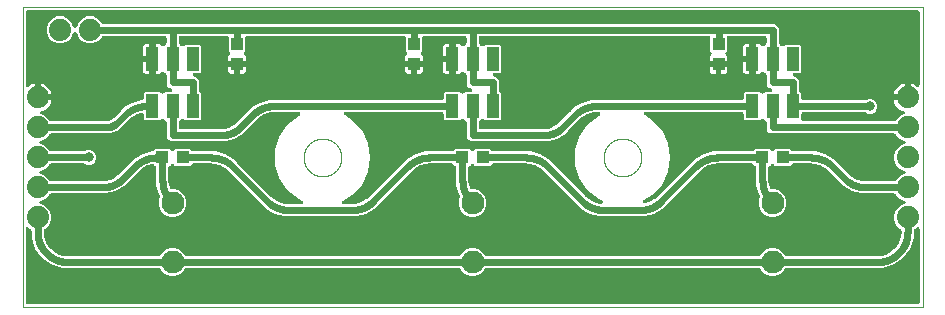
<source format=gtl>
G04 EAGLE Gerber RS-274X export*
G75*
%MOMM*%
%FSLAX34Y34*%
%LPD*%
%INTop Copper*%
%IPPOS*%
%AMOC8*
5,1,8,0,0,1.08239X$1,22.5*%
G01*
%ADD10C,0.000000*%
%ADD11R,1.100000X2.000000*%
%ADD12C,1.930400*%
%ADD13R,1.100000X1.000000*%
%ADD14C,1.879600*%
%ADD15R,1.000000X1.100000*%
%ADD16C,0.609600*%
%ADD17C,0.800100*%

G36*
X115515Y43596D02*
X115515Y43596D01*
X115592Y43595D01*
X115688Y43616D01*
X115785Y43627D01*
X115857Y43653D01*
X115932Y43669D01*
X116021Y43711D01*
X116114Y43745D01*
X116178Y43786D01*
X116247Y43819D01*
X116324Y43880D01*
X116406Y43934D01*
X116459Y43989D01*
X116519Y44036D01*
X116580Y44113D01*
X116649Y44184D01*
X116688Y44250D01*
X116735Y44310D01*
X116803Y44443D01*
X116827Y44483D01*
X116833Y44501D01*
X116847Y44527D01*
X117094Y45125D01*
X120381Y48412D01*
X124676Y50191D01*
X129324Y50191D01*
X133619Y48412D01*
X136906Y45125D01*
X137153Y44527D01*
X137191Y44461D01*
X137219Y44390D01*
X137275Y44309D01*
X137323Y44223D01*
X137374Y44166D01*
X137418Y44104D01*
X137491Y44038D01*
X137557Y43965D01*
X137620Y43921D01*
X137677Y43870D01*
X137763Y43822D01*
X137844Y43767D01*
X137915Y43739D01*
X137982Y43702D01*
X138076Y43675D01*
X138168Y43639D01*
X138243Y43628D01*
X138317Y43607D01*
X138466Y43595D01*
X138513Y43588D01*
X138532Y43589D01*
X138561Y43587D01*
X369439Y43587D01*
X369515Y43596D01*
X369592Y43595D01*
X369688Y43616D01*
X369785Y43627D01*
X369857Y43653D01*
X369932Y43669D01*
X370021Y43711D01*
X370114Y43745D01*
X370178Y43786D01*
X370247Y43819D01*
X370324Y43880D01*
X370406Y43934D01*
X370459Y43989D01*
X370519Y44036D01*
X370580Y44113D01*
X370649Y44184D01*
X370688Y44250D01*
X370735Y44310D01*
X370803Y44443D01*
X370827Y44483D01*
X370833Y44501D01*
X370847Y44527D01*
X371094Y45125D01*
X374381Y48412D01*
X378676Y50191D01*
X383324Y50191D01*
X387619Y48412D01*
X390906Y45125D01*
X391153Y44527D01*
X391191Y44461D01*
X391219Y44390D01*
X391275Y44309D01*
X391323Y44223D01*
X391374Y44166D01*
X391418Y44104D01*
X391491Y44038D01*
X391557Y43965D01*
X391620Y43921D01*
X391677Y43870D01*
X391763Y43822D01*
X391844Y43767D01*
X391915Y43739D01*
X391982Y43702D01*
X392076Y43675D01*
X392168Y43639D01*
X392243Y43628D01*
X392317Y43607D01*
X392466Y43595D01*
X392513Y43588D01*
X392532Y43589D01*
X392561Y43587D01*
X623439Y43587D01*
X623515Y43596D01*
X623592Y43595D01*
X623688Y43616D01*
X623785Y43627D01*
X623857Y43653D01*
X623932Y43669D01*
X624021Y43711D01*
X624114Y43745D01*
X624178Y43786D01*
X624247Y43819D01*
X624324Y43880D01*
X624406Y43934D01*
X624459Y43989D01*
X624519Y44036D01*
X624580Y44113D01*
X624649Y44184D01*
X624688Y44250D01*
X624735Y44310D01*
X624803Y44443D01*
X624827Y44483D01*
X624833Y44501D01*
X624847Y44527D01*
X625094Y45125D01*
X628381Y48412D01*
X632676Y50191D01*
X637324Y50191D01*
X641619Y48412D01*
X644906Y45125D01*
X645153Y44527D01*
X645191Y44461D01*
X645219Y44390D01*
X645275Y44309D01*
X645323Y44223D01*
X645374Y44166D01*
X645418Y44104D01*
X645491Y44038D01*
X645557Y43965D01*
X645620Y43921D01*
X645677Y43870D01*
X645763Y43822D01*
X645844Y43767D01*
X645915Y43739D01*
X645982Y43702D01*
X646076Y43675D01*
X646168Y43639D01*
X646243Y43628D01*
X646317Y43607D01*
X646466Y43595D01*
X646513Y43588D01*
X646532Y43589D01*
X646561Y43587D01*
X723900Y43587D01*
X723942Y43592D01*
X724019Y43592D01*
X726960Y43823D01*
X727016Y43834D01*
X727073Y43836D01*
X727283Y43887D01*
X727302Y43890D01*
X727306Y43892D01*
X727311Y43893D01*
X732904Y45710D01*
X733010Y45759D01*
X733120Y45799D01*
X733183Y45838D01*
X733221Y45855D01*
X733256Y45882D01*
X733329Y45927D01*
X738086Y49383D01*
X738172Y49462D01*
X738264Y49535D01*
X738312Y49591D01*
X738343Y49619D01*
X738368Y49656D01*
X738423Y49720D01*
X741880Y54478D01*
X741937Y54580D01*
X742002Y54677D01*
X742031Y54745D01*
X742051Y54781D01*
X742063Y54824D01*
X742096Y54902D01*
X743913Y60495D01*
X743925Y60551D01*
X743944Y60605D01*
X743979Y60819D01*
X743982Y60837D01*
X743982Y60841D01*
X743983Y60847D01*
X744215Y63787D01*
X744213Y63829D01*
X744219Y63906D01*
X744219Y64914D01*
X744211Y64990D01*
X744212Y65067D01*
X744191Y65163D01*
X744179Y65260D01*
X744154Y65332D01*
X744137Y65407D01*
X744095Y65496D01*
X744062Y65588D01*
X744020Y65653D01*
X743988Y65722D01*
X743926Y65799D01*
X743873Y65881D01*
X743818Y65934D01*
X743770Y65994D01*
X743693Y66055D01*
X743622Y66123D01*
X743557Y66163D01*
X743497Y66210D01*
X743364Y66278D01*
X743323Y66302D01*
X743305Y66308D01*
X743279Y66321D01*
X742825Y66510D01*
X739610Y69725D01*
X737869Y73926D01*
X737869Y78474D01*
X739610Y82675D01*
X742825Y85890D01*
X746693Y87493D01*
X746781Y87542D01*
X746873Y87582D01*
X746933Y87626D01*
X746998Y87662D01*
X747072Y87729D01*
X747153Y87789D01*
X747201Y87846D01*
X747256Y87896D01*
X747313Y87979D01*
X747378Y88055D01*
X747412Y88122D01*
X747454Y88183D01*
X747491Y88276D01*
X747537Y88366D01*
X747555Y88438D01*
X747582Y88507D01*
X747596Y88606D01*
X747621Y88704D01*
X747622Y88778D01*
X747633Y88852D01*
X747624Y88952D01*
X747626Y89052D01*
X747610Y89125D01*
X747604Y89199D01*
X747573Y89295D01*
X747551Y89393D01*
X747520Y89460D01*
X747497Y89531D01*
X747445Y89617D01*
X747402Y89708D01*
X747355Y89766D01*
X747317Y89829D01*
X747247Y89901D01*
X747184Y89980D01*
X747126Y90026D01*
X747074Y90079D01*
X746990Y90134D01*
X746911Y90196D01*
X746821Y90242D01*
X746781Y90268D01*
X746747Y90280D01*
X746693Y90307D01*
X742825Y91910D01*
X739610Y95125D01*
X739421Y95579D01*
X739384Y95646D01*
X739356Y95717D01*
X739300Y95798D01*
X739252Y95884D01*
X739201Y95940D01*
X739157Y96003D01*
X739084Y96069D01*
X739018Y96142D01*
X738955Y96185D01*
X738898Y96236D01*
X738812Y96284D01*
X738731Y96340D01*
X738660Y96368D01*
X738593Y96405D01*
X738499Y96432D01*
X738407Y96468D01*
X738332Y96479D01*
X738258Y96500D01*
X738109Y96512D01*
X738062Y96519D01*
X738043Y96517D01*
X738014Y96519D01*
X710088Y96519D01*
X702336Y98597D01*
X695385Y102609D01*
X692548Y105447D01*
X691730Y106265D01*
X682755Y115240D01*
X682027Y115968D01*
X681998Y115991D01*
X681954Y116036D01*
X680106Y117657D01*
X680083Y117673D01*
X680064Y117692D01*
X679863Y117831D01*
X675614Y120284D01*
X675543Y120315D01*
X675477Y120355D01*
X675337Y120404D01*
X675294Y120423D01*
X675274Y120426D01*
X675246Y120437D01*
X670507Y121707D01*
X670480Y121711D01*
X670454Y121720D01*
X670212Y121755D01*
X667759Y121916D01*
X667722Y121914D01*
X667659Y121919D01*
X652425Y121919D01*
X652299Y121905D01*
X652173Y121898D01*
X652127Y121885D01*
X652079Y121879D01*
X651960Y121837D01*
X651838Y121802D01*
X651796Y121778D01*
X651751Y121762D01*
X651644Y121693D01*
X651534Y121632D01*
X651488Y121592D01*
X651458Y121573D01*
X651424Y121538D01*
X651348Y121473D01*
X649842Y119967D01*
X637158Y119967D01*
X636077Y121048D01*
X636057Y121065D01*
X636040Y121084D01*
X635920Y121173D01*
X635804Y121265D01*
X635780Y121276D01*
X635759Y121292D01*
X635623Y121350D01*
X635489Y121414D01*
X635463Y121419D01*
X635439Y121430D01*
X635293Y121456D01*
X635148Y121487D01*
X635122Y121487D01*
X635096Y121491D01*
X634948Y121484D01*
X634800Y121481D01*
X634774Y121475D01*
X634748Y121473D01*
X634606Y121432D01*
X634462Y121396D01*
X634439Y121384D01*
X634413Y121377D01*
X634284Y121304D01*
X634152Y121236D01*
X634132Y121220D01*
X634109Y121207D01*
X633923Y121048D01*
X632808Y119933D01*
X632758Y119927D01*
X632733Y119919D01*
X632707Y119915D01*
X632569Y119860D01*
X632430Y119810D01*
X632408Y119796D01*
X632383Y119786D01*
X632262Y119701D01*
X632137Y119621D01*
X632119Y119602D01*
X632097Y119587D01*
X631998Y119477D01*
X631895Y119370D01*
X631881Y119348D01*
X631864Y119328D01*
X631792Y119198D01*
X631716Y119071D01*
X631708Y119046D01*
X631695Y119023D01*
X631655Y118880D01*
X631610Y118739D01*
X631608Y118713D01*
X631600Y118688D01*
X631581Y118444D01*
X631581Y107515D01*
X631585Y107478D01*
X631584Y107415D01*
X631745Y104962D01*
X631750Y104935D01*
X631749Y104908D01*
X631793Y104667D01*
X632694Y101307D01*
X632694Y101306D01*
X632694Y101305D01*
X632759Y101141D01*
X632822Y100983D01*
X632823Y100982D01*
X632823Y100981D01*
X632927Y100831D01*
X633020Y100697D01*
X633021Y100696D01*
X633022Y100695D01*
X633152Y100577D01*
X633279Y100463D01*
X633280Y100462D01*
X633281Y100461D01*
X633437Y100375D01*
X633583Y100294D01*
X633585Y100293D01*
X633586Y100293D01*
X633752Y100246D01*
X633919Y100198D01*
X633920Y100198D01*
X633921Y100198D01*
X634165Y100178D01*
X637324Y100178D01*
X641619Y98399D01*
X644906Y95113D01*
X646685Y90818D01*
X646685Y86169D01*
X644906Y81875D01*
X641619Y78588D01*
X637324Y76809D01*
X632676Y76809D01*
X628381Y78588D01*
X625094Y81875D01*
X623315Y86169D01*
X623315Y90818D01*
X624293Y93178D01*
X624307Y93228D01*
X624329Y93275D01*
X624355Y93395D01*
X624389Y93513D01*
X624391Y93565D01*
X624402Y93615D01*
X624400Y93739D01*
X624406Y93861D01*
X624396Y93912D01*
X624395Y93964D01*
X624365Y94083D01*
X624343Y94204D01*
X624322Y94252D01*
X624310Y94302D01*
X624205Y94523D01*
X623496Y95749D01*
X621419Y103502D01*
X621419Y118444D01*
X621416Y118470D01*
X621418Y118496D01*
X621396Y118643D01*
X621379Y118790D01*
X621371Y118815D01*
X621367Y118841D01*
X621312Y118979D01*
X621262Y119118D01*
X621248Y119140D01*
X621238Y119165D01*
X621153Y119286D01*
X621073Y119411D01*
X621054Y119429D01*
X621039Y119451D01*
X620929Y119550D01*
X620822Y119653D01*
X620800Y119667D01*
X620780Y119684D01*
X620650Y119756D01*
X620523Y119832D01*
X620498Y119840D01*
X620475Y119853D01*
X620332Y119893D01*
X620191Y119938D01*
X620186Y119939D01*
X618652Y121473D01*
X618553Y121552D01*
X618459Y121636D01*
X618417Y121660D01*
X618379Y121690D01*
X618265Y121744D01*
X618154Y121805D01*
X618108Y121818D01*
X618064Y121839D01*
X617941Y121865D01*
X617819Y121900D01*
X617758Y121905D01*
X617723Y121912D01*
X617675Y121911D01*
X617575Y121919D01*
X588371Y121919D01*
X588335Y121915D01*
X588271Y121916D01*
X585818Y121755D01*
X585791Y121750D01*
X585764Y121751D01*
X585523Y121707D01*
X580784Y120437D01*
X580712Y120408D01*
X580637Y120389D01*
X580504Y120326D01*
X580460Y120308D01*
X580444Y120297D01*
X580416Y120284D01*
X576167Y117831D01*
X576145Y117815D01*
X576121Y117803D01*
X575924Y117657D01*
X574076Y116036D01*
X574051Y116009D01*
X574003Y115968D01*
X573091Y115055D01*
X573090Y115055D01*
X545250Y87214D01*
X545249Y87214D01*
X544432Y86397D01*
X541595Y83559D01*
X534644Y79547D01*
X526892Y77469D01*
X487838Y77469D01*
X480086Y79547D01*
X473135Y83559D01*
X470298Y86396D01*
X470298Y86397D01*
X469460Y87235D01*
X441478Y115217D01*
X440727Y115968D01*
X440698Y115991D01*
X440654Y116036D01*
X438806Y117657D01*
X438783Y117673D01*
X438764Y117692D01*
X438563Y117831D01*
X434314Y120284D01*
X434243Y120315D01*
X434177Y120355D01*
X434037Y120404D01*
X433994Y120423D01*
X433974Y120426D01*
X433946Y120437D01*
X429207Y121707D01*
X429180Y121711D01*
X429154Y121720D01*
X428912Y121755D01*
X426459Y121916D01*
X426422Y121914D01*
X426359Y121919D01*
X398425Y121919D01*
X398299Y121905D01*
X398173Y121898D01*
X398127Y121885D01*
X398079Y121879D01*
X397960Y121837D01*
X397838Y121802D01*
X397796Y121778D01*
X397751Y121762D01*
X397644Y121693D01*
X397534Y121632D01*
X397488Y121592D01*
X397458Y121573D01*
X397424Y121538D01*
X397348Y121473D01*
X395842Y119967D01*
X383158Y119967D01*
X382077Y121048D01*
X382057Y121065D01*
X382040Y121084D01*
X381920Y121173D01*
X381804Y121265D01*
X381780Y121276D01*
X381759Y121292D01*
X381623Y121350D01*
X381489Y121414D01*
X381463Y121419D01*
X381439Y121430D01*
X381293Y121456D01*
X381148Y121487D01*
X381122Y121487D01*
X381096Y121491D01*
X380948Y121484D01*
X380800Y121481D01*
X380774Y121475D01*
X380748Y121473D01*
X380606Y121432D01*
X380462Y121396D01*
X380439Y121384D01*
X380413Y121377D01*
X380284Y121304D01*
X380152Y121236D01*
X380132Y121220D01*
X380109Y121207D01*
X379923Y121048D01*
X378808Y119933D01*
X378758Y119927D01*
X378733Y119919D01*
X378707Y119915D01*
X378569Y119860D01*
X378430Y119810D01*
X378408Y119796D01*
X378383Y119786D01*
X378262Y119701D01*
X378137Y119621D01*
X378119Y119602D01*
X378097Y119587D01*
X377998Y119477D01*
X377895Y119370D01*
X377881Y119348D01*
X377864Y119328D01*
X377792Y119198D01*
X377716Y119071D01*
X377708Y119046D01*
X377695Y119023D01*
X377655Y118880D01*
X377610Y118739D01*
X377608Y118713D01*
X377600Y118688D01*
X377581Y118444D01*
X377581Y107515D01*
X377585Y107478D01*
X377584Y107415D01*
X377745Y104962D01*
X377750Y104935D01*
X377749Y104908D01*
X377793Y104667D01*
X378694Y101307D01*
X378694Y101306D01*
X378694Y101305D01*
X378759Y101141D01*
X378822Y100983D01*
X378823Y100982D01*
X378823Y100981D01*
X378927Y100831D01*
X379020Y100697D01*
X379021Y100696D01*
X379022Y100695D01*
X379152Y100577D01*
X379279Y100463D01*
X379280Y100462D01*
X379281Y100461D01*
X379437Y100375D01*
X379583Y100294D01*
X379585Y100293D01*
X379586Y100293D01*
X379752Y100246D01*
X379919Y100198D01*
X379920Y100198D01*
X379921Y100198D01*
X380165Y100178D01*
X383324Y100178D01*
X387619Y98399D01*
X390906Y95113D01*
X392685Y90818D01*
X392685Y86169D01*
X390906Y81875D01*
X387619Y78588D01*
X383324Y76809D01*
X378676Y76809D01*
X374381Y78588D01*
X371094Y81875D01*
X369315Y86169D01*
X369315Y90818D01*
X370293Y93178D01*
X370307Y93228D01*
X370329Y93275D01*
X370355Y93395D01*
X370389Y93513D01*
X370391Y93565D01*
X370402Y93615D01*
X370400Y93739D01*
X370406Y93861D01*
X370396Y93912D01*
X370395Y93964D01*
X370365Y94083D01*
X370343Y94204D01*
X370322Y94252D01*
X370310Y94302D01*
X370205Y94523D01*
X369496Y95749D01*
X367419Y103502D01*
X367419Y118444D01*
X367416Y118470D01*
X367418Y118496D01*
X367396Y118643D01*
X367379Y118790D01*
X367371Y118815D01*
X367367Y118841D01*
X367312Y118979D01*
X367262Y119118D01*
X367248Y119140D01*
X367238Y119165D01*
X367153Y119286D01*
X367073Y119411D01*
X367054Y119429D01*
X367039Y119451D01*
X366929Y119550D01*
X366822Y119653D01*
X366800Y119667D01*
X366780Y119684D01*
X366650Y119756D01*
X366523Y119832D01*
X366498Y119840D01*
X366475Y119853D01*
X366332Y119893D01*
X366191Y119938D01*
X366186Y119939D01*
X364652Y121473D01*
X364553Y121552D01*
X364459Y121636D01*
X364417Y121660D01*
X364379Y121690D01*
X364265Y121744D01*
X364154Y121805D01*
X364108Y121818D01*
X364064Y121839D01*
X363941Y121865D01*
X363819Y121900D01*
X363758Y121905D01*
X363723Y121912D01*
X363675Y121911D01*
X363575Y121919D01*
X344531Y121919D01*
X344495Y121915D01*
X344431Y121916D01*
X341978Y121755D01*
X341951Y121750D01*
X341924Y121751D01*
X341683Y121707D01*
X336944Y120437D01*
X336872Y120408D01*
X336797Y120389D01*
X336664Y120326D01*
X336620Y120308D01*
X336604Y120297D01*
X336576Y120284D01*
X332327Y117831D01*
X332305Y117815D01*
X332281Y117803D01*
X332084Y117657D01*
X330236Y116036D01*
X330211Y116009D01*
X330163Y115968D01*
X329234Y115039D01*
X301521Y87326D01*
X300592Y86397D01*
X297755Y83559D01*
X290804Y79547D01*
X283052Y77469D01*
X221138Y77469D01*
X213386Y79547D01*
X206435Y83559D01*
X203598Y86396D01*
X203598Y86397D01*
X202760Y87235D01*
X174777Y115217D01*
X174027Y115968D01*
X173998Y115991D01*
X173954Y116036D01*
X172106Y117657D01*
X172083Y117673D01*
X172064Y117692D01*
X171863Y117831D01*
X167614Y120284D01*
X167543Y120315D01*
X167477Y120355D01*
X167337Y120404D01*
X167294Y120423D01*
X167274Y120426D01*
X167246Y120437D01*
X162507Y121707D01*
X162480Y121711D01*
X162454Y121720D01*
X162212Y121755D01*
X159759Y121916D01*
X159722Y121914D01*
X159659Y121919D01*
X144425Y121919D01*
X144299Y121905D01*
X144173Y121898D01*
X144127Y121885D01*
X144079Y121879D01*
X143960Y121837D01*
X143838Y121802D01*
X143796Y121778D01*
X143751Y121762D01*
X143644Y121693D01*
X143534Y121632D01*
X143488Y121592D01*
X143458Y121573D01*
X143424Y121538D01*
X143348Y121473D01*
X141842Y119967D01*
X129158Y119967D01*
X128077Y121048D01*
X128057Y121065D01*
X128040Y121084D01*
X127920Y121173D01*
X127804Y121265D01*
X127780Y121276D01*
X127759Y121292D01*
X127623Y121350D01*
X127489Y121414D01*
X127463Y121419D01*
X127439Y121430D01*
X127293Y121456D01*
X127148Y121487D01*
X127122Y121487D01*
X127096Y121491D01*
X126948Y121484D01*
X126800Y121481D01*
X126774Y121475D01*
X126748Y121473D01*
X126606Y121432D01*
X126462Y121396D01*
X126439Y121384D01*
X126413Y121377D01*
X126284Y121304D01*
X126152Y121236D01*
X126132Y121220D01*
X126109Y121207D01*
X125923Y121048D01*
X124808Y119933D01*
X124758Y119927D01*
X124733Y119919D01*
X124707Y119915D01*
X124569Y119860D01*
X124430Y119810D01*
X124408Y119796D01*
X124383Y119786D01*
X124262Y119701D01*
X124137Y119621D01*
X124119Y119602D01*
X124097Y119587D01*
X123998Y119477D01*
X123895Y119370D01*
X123881Y119348D01*
X123864Y119328D01*
X123792Y119198D01*
X123716Y119071D01*
X123708Y119046D01*
X123695Y119023D01*
X123655Y118880D01*
X123610Y118739D01*
X123608Y118713D01*
X123600Y118688D01*
X123581Y118444D01*
X123581Y107515D01*
X123585Y107478D01*
X123584Y107415D01*
X123745Y104962D01*
X123750Y104935D01*
X123749Y104908D01*
X123793Y104667D01*
X124694Y101307D01*
X124694Y101306D01*
X124694Y101305D01*
X124759Y101141D01*
X124822Y100983D01*
X124823Y100982D01*
X124823Y100981D01*
X124927Y100831D01*
X125020Y100697D01*
X125021Y100696D01*
X125022Y100695D01*
X125152Y100577D01*
X125279Y100463D01*
X125280Y100462D01*
X125281Y100461D01*
X125437Y100375D01*
X125583Y100294D01*
X125585Y100293D01*
X125586Y100293D01*
X125752Y100246D01*
X125919Y100198D01*
X125920Y100198D01*
X125921Y100198D01*
X126165Y100178D01*
X129324Y100178D01*
X133619Y98399D01*
X136906Y95113D01*
X138685Y90818D01*
X138685Y86169D01*
X136906Y81875D01*
X133619Y78588D01*
X129324Y76809D01*
X124676Y76809D01*
X120381Y78588D01*
X117094Y81875D01*
X115315Y86169D01*
X115315Y90818D01*
X116293Y93178D01*
X116307Y93228D01*
X116329Y93275D01*
X116355Y93395D01*
X116389Y93513D01*
X116391Y93565D01*
X116402Y93615D01*
X116400Y93739D01*
X116406Y93861D01*
X116396Y93912D01*
X116395Y93964D01*
X116365Y94083D01*
X116343Y94204D01*
X116322Y94252D01*
X116310Y94302D01*
X116205Y94523D01*
X115496Y95749D01*
X113419Y103502D01*
X113419Y118444D01*
X113416Y118470D01*
X113418Y118496D01*
X113396Y118643D01*
X113379Y118790D01*
X113371Y118815D01*
X113367Y118841D01*
X113312Y118979D01*
X113262Y119118D01*
X113248Y119140D01*
X113238Y119165D01*
X113153Y119286D01*
X113073Y119411D01*
X113054Y119429D01*
X113039Y119451D01*
X112929Y119550D01*
X112822Y119653D01*
X112800Y119667D01*
X112780Y119684D01*
X112650Y119756D01*
X112523Y119832D01*
X112498Y119840D01*
X112475Y119853D01*
X112332Y119893D01*
X112191Y119938D01*
X112186Y119939D01*
X111067Y121058D01*
X110949Y121152D01*
X110833Y121250D01*
X110812Y121260D01*
X110794Y121275D01*
X110658Y121339D01*
X110523Y121408D01*
X110500Y121414D01*
X110479Y121424D01*
X110332Y121456D01*
X110185Y121492D01*
X110161Y121492D01*
X110138Y121497D01*
X109987Y121495D01*
X109836Y121497D01*
X109808Y121492D01*
X109790Y121491D01*
X109744Y121480D01*
X109596Y121453D01*
X105804Y120437D01*
X105732Y120408D01*
X105657Y120389D01*
X105524Y120326D01*
X105480Y120308D01*
X105464Y120297D01*
X105436Y120284D01*
X101187Y117831D01*
X101165Y117815D01*
X101141Y117803D01*
X100944Y117657D01*
X99096Y116036D01*
X99071Y116009D01*
X99023Y115968D01*
X98141Y115086D01*
X98141Y115085D01*
X89295Y106240D01*
X89295Y106239D01*
X88502Y105447D01*
X85665Y102609D01*
X78714Y98597D01*
X70962Y96519D01*
X23986Y96519D01*
X23910Y96511D01*
X23833Y96512D01*
X23737Y96491D01*
X23640Y96479D01*
X23568Y96454D01*
X23493Y96437D01*
X23404Y96395D01*
X23312Y96362D01*
X23247Y96320D01*
X23178Y96288D01*
X23101Y96226D01*
X23019Y96173D01*
X22966Y96118D01*
X22906Y96070D01*
X22845Y95993D01*
X22777Y95922D01*
X22737Y95857D01*
X22690Y95797D01*
X22622Y95664D01*
X22598Y95623D01*
X22592Y95605D01*
X22579Y95579D01*
X22390Y95125D01*
X19175Y91910D01*
X15307Y90307D01*
X15219Y90258D01*
X15127Y90218D01*
X15067Y90174D01*
X15002Y90138D01*
X14928Y90071D01*
X14847Y90011D01*
X14799Y89954D01*
X14744Y89904D01*
X14687Y89821D01*
X14622Y89745D01*
X14588Y89678D01*
X14546Y89617D01*
X14509Y89524D01*
X14463Y89434D01*
X14445Y89362D01*
X14418Y89293D01*
X14404Y89194D01*
X14379Y89096D01*
X14378Y89022D01*
X14367Y88948D01*
X14376Y88848D01*
X14374Y88748D01*
X14390Y88675D01*
X14396Y88601D01*
X14427Y88505D01*
X14449Y88407D01*
X14480Y88340D01*
X14503Y88269D01*
X14555Y88183D01*
X14598Y88092D01*
X14645Y88034D01*
X14683Y87971D01*
X14753Y87899D01*
X14816Y87820D01*
X14874Y87774D01*
X14926Y87721D01*
X15010Y87666D01*
X15089Y87604D01*
X15179Y87558D01*
X15219Y87532D01*
X15253Y87520D01*
X15307Y87493D01*
X19175Y85890D01*
X22390Y82675D01*
X24131Y78474D01*
X24131Y73926D01*
X22390Y69725D01*
X19175Y66510D01*
X18721Y66321D01*
X18654Y66284D01*
X18583Y66256D01*
X18502Y66200D01*
X18416Y66152D01*
X18360Y66101D01*
X18297Y66057D01*
X18231Y65984D01*
X18158Y65918D01*
X18115Y65855D01*
X18064Y65798D01*
X18016Y65712D01*
X17960Y65631D01*
X17932Y65560D01*
X17895Y65493D01*
X17868Y65399D01*
X17832Y65307D01*
X17821Y65232D01*
X17800Y65158D01*
X17788Y65009D01*
X17781Y64962D01*
X17783Y64943D01*
X17781Y64914D01*
X17781Y63906D01*
X17786Y63864D01*
X17785Y63787D01*
X18017Y60847D01*
X18028Y60790D01*
X18030Y60733D01*
X18080Y60523D01*
X18084Y60505D01*
X18085Y60501D01*
X18087Y60495D01*
X19904Y54902D01*
X19952Y54796D01*
X19993Y54687D01*
X20032Y54623D01*
X20049Y54586D01*
X20076Y54550D01*
X20120Y54478D01*
X23577Y49720D01*
X23656Y49634D01*
X23728Y49542D01*
X23785Y49494D01*
X23813Y49464D01*
X23849Y49438D01*
X23914Y49383D01*
X28671Y45927D01*
X28773Y45869D01*
X28870Y45804D01*
X28939Y45776D01*
X28975Y45755D01*
X29018Y45743D01*
X29096Y45710D01*
X34689Y43893D01*
X34745Y43882D01*
X34799Y43862D01*
X35012Y43828D01*
X35031Y43824D01*
X35035Y43824D01*
X35040Y43823D01*
X37980Y43592D01*
X38023Y43593D01*
X38100Y43587D01*
X115439Y43587D01*
X115515Y43596D01*
G37*
G36*
X757962Y2544D02*
X757962Y2544D01*
X757988Y2542D01*
X758135Y2564D01*
X758282Y2581D01*
X758307Y2589D01*
X758333Y2593D01*
X758471Y2648D01*
X758610Y2698D01*
X758632Y2712D01*
X758657Y2722D01*
X758778Y2807D01*
X758903Y2887D01*
X758921Y2906D01*
X758943Y2921D01*
X759042Y3031D01*
X759145Y3138D01*
X759159Y3160D01*
X759176Y3180D01*
X759248Y3310D01*
X759324Y3437D01*
X759332Y3462D01*
X759345Y3485D01*
X759385Y3628D01*
X759430Y3769D01*
X759432Y3795D01*
X759440Y3820D01*
X759459Y4064D01*
X759459Y66516D01*
X759448Y66616D01*
X759446Y66717D01*
X759428Y66789D01*
X759419Y66863D01*
X759386Y66957D01*
X759361Y67054D01*
X759327Y67121D01*
X759302Y67191D01*
X759247Y67275D01*
X759201Y67364D01*
X759153Y67421D01*
X759113Y67483D01*
X759041Y67553D01*
X758976Y67630D01*
X758916Y67674D01*
X758862Y67726D01*
X758776Y67777D01*
X758695Y67837D01*
X758627Y67866D01*
X758563Y67904D01*
X758467Y67935D01*
X758375Y67975D01*
X758302Y67988D01*
X758231Y68011D01*
X758131Y68019D01*
X758032Y68037D01*
X757958Y68033D01*
X757884Y68039D01*
X757784Y68024D01*
X757684Y68019D01*
X757613Y67998D01*
X757539Y67987D01*
X757446Y67950D01*
X757349Y67922D01*
X757284Y67886D01*
X757215Y67858D01*
X757133Y67801D01*
X757045Y67752D01*
X756969Y67687D01*
X756929Y67659D01*
X756905Y67633D01*
X756859Y67593D01*
X755775Y66509D01*
X755321Y66321D01*
X755254Y66284D01*
X755183Y66256D01*
X755102Y66200D01*
X755016Y66152D01*
X754960Y66101D01*
X754897Y66057D01*
X754831Y65984D01*
X754758Y65918D01*
X754715Y65855D01*
X754664Y65798D01*
X754616Y65712D01*
X754560Y65631D01*
X754532Y65560D01*
X754495Y65493D01*
X754468Y65399D01*
X754432Y65307D01*
X754421Y65232D01*
X754400Y65158D01*
X754388Y65009D01*
X754381Y64962D01*
X754383Y64943D01*
X754381Y64914D01*
X754381Y59079D01*
X751397Y49896D01*
X745722Y42085D01*
X737910Y36409D01*
X728728Y33426D01*
X646561Y33426D01*
X646485Y33417D01*
X646408Y33418D01*
X646312Y33397D01*
X646215Y33386D01*
X646143Y33360D01*
X646068Y33344D01*
X645979Y33301D01*
X645886Y33268D01*
X645822Y33227D01*
X645753Y33194D01*
X645676Y33133D01*
X645594Y33079D01*
X645541Y33024D01*
X645481Y32977D01*
X645420Y32899D01*
X645351Y32829D01*
X645312Y32763D01*
X645265Y32703D01*
X645197Y32570D01*
X645173Y32530D01*
X645167Y32511D01*
X645153Y32485D01*
X644906Y31887D01*
X641619Y28601D01*
X637324Y26822D01*
X632676Y26822D01*
X628381Y28601D01*
X625094Y31887D01*
X624847Y32485D01*
X624809Y32552D01*
X624781Y32623D01*
X624725Y32704D01*
X624677Y32790D01*
X624626Y32847D01*
X624582Y32909D01*
X624509Y32975D01*
X624443Y33048D01*
X624380Y33092D01*
X624323Y33143D01*
X624237Y33190D01*
X624156Y33246D01*
X624085Y33274D01*
X624018Y33311D01*
X623924Y33338D01*
X623832Y33374D01*
X623757Y33385D01*
X623683Y33406D01*
X623534Y33418D01*
X623487Y33425D01*
X623468Y33423D01*
X623439Y33426D01*
X392561Y33426D01*
X392485Y33417D01*
X392408Y33418D01*
X392312Y33397D01*
X392215Y33386D01*
X392143Y33360D01*
X392068Y33344D01*
X391979Y33301D01*
X391886Y33268D01*
X391822Y33227D01*
X391753Y33194D01*
X391676Y33133D01*
X391594Y33079D01*
X391541Y33024D01*
X391481Y32977D01*
X391420Y32899D01*
X391351Y32829D01*
X391312Y32763D01*
X391265Y32703D01*
X391197Y32570D01*
X391173Y32530D01*
X391167Y32511D01*
X391153Y32485D01*
X390906Y31887D01*
X387619Y28601D01*
X383324Y26822D01*
X378676Y26822D01*
X374381Y28601D01*
X371094Y31887D01*
X370847Y32485D01*
X370809Y32552D01*
X370781Y32623D01*
X370725Y32704D01*
X370677Y32790D01*
X370626Y32847D01*
X370582Y32909D01*
X370509Y32975D01*
X370443Y33048D01*
X370380Y33092D01*
X370323Y33143D01*
X370237Y33190D01*
X370156Y33246D01*
X370085Y33274D01*
X370018Y33311D01*
X369924Y33338D01*
X369832Y33374D01*
X369757Y33385D01*
X369683Y33406D01*
X369534Y33418D01*
X369487Y33425D01*
X369468Y33423D01*
X369439Y33426D01*
X138561Y33426D01*
X138485Y33417D01*
X138408Y33418D01*
X138312Y33397D01*
X138215Y33386D01*
X138143Y33360D01*
X138068Y33344D01*
X137979Y33301D01*
X137886Y33268D01*
X137822Y33227D01*
X137753Y33194D01*
X137676Y33133D01*
X137594Y33079D01*
X137541Y33024D01*
X137481Y32977D01*
X137420Y32899D01*
X137351Y32829D01*
X137312Y32763D01*
X137265Y32703D01*
X137197Y32570D01*
X137173Y32530D01*
X137167Y32511D01*
X137153Y32485D01*
X136906Y31887D01*
X133619Y28601D01*
X129324Y26822D01*
X124676Y26822D01*
X120381Y28601D01*
X117094Y31887D01*
X116847Y32485D01*
X116809Y32552D01*
X116781Y32623D01*
X116725Y32704D01*
X116677Y32790D01*
X116626Y32847D01*
X116582Y32909D01*
X116509Y32975D01*
X116443Y33048D01*
X116380Y33092D01*
X116323Y33143D01*
X116237Y33190D01*
X116156Y33246D01*
X116085Y33274D01*
X116018Y33311D01*
X115924Y33338D01*
X115832Y33374D01*
X115757Y33385D01*
X115683Y33406D01*
X115534Y33418D01*
X115487Y33425D01*
X115468Y33423D01*
X115439Y33426D01*
X33272Y33426D01*
X24090Y36409D01*
X16278Y42085D01*
X10603Y49896D01*
X7619Y59079D01*
X7619Y64914D01*
X7611Y64990D01*
X7612Y65067D01*
X7591Y65163D01*
X7579Y65260D01*
X7554Y65332D01*
X7537Y65407D01*
X7495Y65496D01*
X7462Y65588D01*
X7420Y65653D01*
X7388Y65722D01*
X7326Y65799D01*
X7273Y65881D01*
X7218Y65934D01*
X7170Y65994D01*
X7093Y66055D01*
X7022Y66123D01*
X6957Y66163D01*
X6897Y66210D01*
X6764Y66278D01*
X6723Y66302D01*
X6705Y66308D01*
X6679Y66321D01*
X6225Y66509D01*
X5141Y67593D01*
X5062Y67656D01*
X4990Y67726D01*
X4926Y67764D01*
X4868Y67810D01*
X4777Y67853D01*
X4691Y67904D01*
X4620Y67927D01*
X4553Y67959D01*
X4455Y67980D01*
X4359Y68011D01*
X4285Y68017D01*
X4212Y68032D01*
X4112Y68031D01*
X4012Y68039D01*
X3938Y68028D01*
X3864Y68026D01*
X3767Y68002D01*
X3667Y67987D01*
X3598Y67959D01*
X3526Y67941D01*
X3437Y67895D01*
X3343Y67858D01*
X3282Y67816D01*
X3216Y67782D01*
X3140Y67717D01*
X3057Y67659D01*
X3007Y67604D01*
X2951Y67556D01*
X2891Y67475D01*
X2824Y67401D01*
X2788Y67335D01*
X2743Y67276D01*
X2704Y67184D01*
X2655Y67096D01*
X2635Y67024D01*
X2605Y66956D01*
X2588Y66857D01*
X2560Y66760D01*
X2552Y66660D01*
X2544Y66613D01*
X2546Y66577D01*
X2541Y66516D01*
X2541Y4064D01*
X2544Y4038D01*
X2542Y4012D01*
X2564Y3865D01*
X2581Y3718D01*
X2589Y3693D01*
X2593Y3667D01*
X2648Y3529D01*
X2698Y3390D01*
X2712Y3368D01*
X2722Y3343D01*
X2807Y3222D01*
X2887Y3097D01*
X2906Y3079D01*
X2921Y3057D01*
X3031Y2958D01*
X3138Y2855D01*
X3160Y2841D01*
X3180Y2824D01*
X3310Y2752D01*
X3437Y2676D01*
X3462Y2668D01*
X3485Y2655D01*
X3628Y2615D01*
X3769Y2570D01*
X3795Y2568D01*
X3820Y2560D01*
X4064Y2541D01*
X757936Y2541D01*
X757962Y2544D01*
G37*
G36*
X69898Y157486D02*
X69898Y157486D01*
X69999Y157488D01*
X71702Y157656D01*
X71801Y157677D01*
X71903Y157689D01*
X71996Y157719D01*
X72042Y157729D01*
X72076Y157745D01*
X72135Y157764D01*
X75281Y159067D01*
X75370Y159117D01*
X75463Y159158D01*
X75544Y159214D01*
X75586Y159237D01*
X75613Y159261D01*
X75664Y159297D01*
X76987Y160382D01*
X77020Y160417D01*
X77097Y160483D01*
X78026Y161412D01*
X82368Y165753D01*
X83268Y166653D01*
X86105Y169491D01*
X93056Y173504D01*
X100808Y175581D01*
X100944Y175581D01*
X100970Y175584D01*
X100996Y175582D01*
X101143Y175604D01*
X101290Y175621D01*
X101315Y175629D01*
X101341Y175633D01*
X101479Y175688D01*
X101618Y175738D01*
X101640Y175752D01*
X101665Y175762D01*
X101786Y175847D01*
X101911Y175927D01*
X101929Y175946D01*
X101951Y175961D01*
X102050Y176071D01*
X102153Y176178D01*
X102167Y176200D01*
X102184Y176220D01*
X102256Y176350D01*
X102332Y176477D01*
X102340Y176502D01*
X102353Y176525D01*
X102393Y176668D01*
X102438Y176809D01*
X102440Y176835D01*
X102448Y176860D01*
X102467Y177104D01*
X102467Y181342D01*
X103658Y182533D01*
X116342Y182533D01*
X117423Y181452D01*
X117443Y181435D01*
X117460Y181416D01*
X117580Y181327D01*
X117696Y181235D01*
X117720Y181224D01*
X117741Y181208D01*
X117877Y181150D01*
X118011Y181086D01*
X118037Y181081D01*
X118061Y181070D01*
X118207Y181044D01*
X118352Y181013D01*
X118378Y181013D01*
X118404Y181009D01*
X118552Y181016D01*
X118700Y181019D01*
X118726Y181025D01*
X118752Y181027D01*
X118894Y181068D01*
X119038Y181104D01*
X119061Y181116D01*
X119087Y181123D01*
X119216Y181196D01*
X119348Y181264D01*
X119368Y181280D01*
X119391Y181293D01*
X119577Y181452D01*
X120658Y182533D01*
X125300Y182533D01*
X125350Y182538D01*
X125401Y182536D01*
X125523Y182558D01*
X125646Y182573D01*
X125694Y182590D01*
X125743Y182599D01*
X125858Y182648D01*
X125975Y182690D01*
X126017Y182717D01*
X126063Y182737D01*
X126163Y182812D01*
X126267Y182879D01*
X126302Y182915D01*
X126343Y182945D01*
X126423Y183040D01*
X126510Y183130D01*
X126535Y183173D01*
X126568Y183211D01*
X126625Y183322D01*
X126688Y183429D01*
X126704Y183477D01*
X126727Y183522D01*
X126757Y183642D01*
X126795Y183761D01*
X126799Y183811D01*
X126811Y183860D01*
X126813Y183984D01*
X126823Y184108D01*
X126815Y184158D01*
X126816Y184208D01*
X126789Y184330D01*
X126771Y184453D01*
X126752Y184500D01*
X126742Y184549D01*
X126688Y184661D01*
X126642Y184777D01*
X126613Y184818D01*
X126592Y184864D01*
X126514Y184961D01*
X126443Y185063D01*
X126406Y185097D01*
X126374Y185136D01*
X126277Y185213D01*
X126184Y185296D01*
X126140Y185321D01*
X126101Y185352D01*
X125883Y185463D01*
X124122Y186193D01*
X122693Y187622D01*
X121919Y189489D01*
X121919Y196944D01*
X121916Y196970D01*
X121918Y196996D01*
X121896Y197143D01*
X121879Y197290D01*
X121871Y197315D01*
X121867Y197341D01*
X121812Y197478D01*
X121762Y197618D01*
X121748Y197640D01*
X121738Y197665D01*
X121653Y197786D01*
X121573Y197911D01*
X121554Y197929D01*
X121539Y197951D01*
X121429Y198050D01*
X121322Y198153D01*
X121300Y198167D01*
X121280Y198184D01*
X121150Y198256D01*
X121023Y198332D01*
X120998Y198340D01*
X120975Y198353D01*
X120832Y198393D01*
X120691Y198438D01*
X120687Y198439D01*
X119908Y199218D01*
X119868Y199249D01*
X119833Y199287D01*
X119731Y199357D01*
X119635Y199434D01*
X119588Y199456D01*
X119546Y199485D01*
X119431Y199530D01*
X119319Y199583D01*
X119270Y199594D01*
X119222Y199613D01*
X119099Y199631D01*
X118979Y199657D01*
X118928Y199656D01*
X118877Y199663D01*
X118754Y199653D01*
X118630Y199651D01*
X118581Y199638D01*
X118530Y199634D01*
X118412Y199596D01*
X118292Y199566D01*
X118247Y199542D01*
X118198Y199527D01*
X118092Y199463D01*
X117983Y199406D01*
X117944Y199373D01*
X117900Y199347D01*
X117811Y199260D01*
X117717Y199180D01*
X117687Y199139D01*
X117650Y199104D01*
X117547Y198954D01*
X117060Y198467D01*
X116481Y198132D01*
X115835Y197959D01*
X112749Y197959D01*
X112749Y209274D01*
X112746Y209300D01*
X112748Y209326D01*
X112726Y209473D01*
X112709Y209620D01*
X112701Y209645D01*
X112697Y209671D01*
X112642Y209808D01*
X112592Y209948D01*
X112578Y209970D01*
X112568Y209995D01*
X112483Y210116D01*
X112403Y210241D01*
X112384Y210259D01*
X112369Y210281D01*
X112259Y210380D01*
X112152Y210483D01*
X112130Y210497D01*
X112122Y210503D01*
X112193Y210549D01*
X112211Y210568D01*
X112233Y210583D01*
X112332Y210693D01*
X112435Y210800D01*
X112449Y210823D01*
X112466Y210842D01*
X112538Y210972D01*
X112614Y211099D01*
X112622Y211124D01*
X112635Y211147D01*
X112675Y211290D01*
X112720Y211431D01*
X112722Y211457D01*
X112730Y211482D01*
X112749Y211726D01*
X112749Y223041D01*
X115835Y223041D01*
X116481Y222868D01*
X117060Y222533D01*
X117547Y222046D01*
X117565Y222011D01*
X117645Y221917D01*
X117719Y221818D01*
X117758Y221785D01*
X117791Y221746D01*
X117890Y221672D01*
X117985Y221592D01*
X118030Y221569D01*
X118071Y221539D01*
X118185Y221490D01*
X118295Y221433D01*
X118344Y221421D01*
X118391Y221401D01*
X118513Y221379D01*
X118633Y221349D01*
X118684Y221348D01*
X118734Y221339D01*
X118858Y221346D01*
X118981Y221344D01*
X119031Y221354D01*
X119082Y221357D01*
X119201Y221391D01*
X119322Y221418D01*
X119368Y221440D01*
X119417Y221454D01*
X119525Y221514D01*
X119637Y221567D01*
X119677Y221599D01*
X119721Y221624D01*
X119908Y221782D01*
X120692Y222567D01*
X120742Y222573D01*
X120767Y222581D01*
X120793Y222585D01*
X120931Y222640D01*
X121070Y222690D01*
X121092Y222704D01*
X121117Y222714D01*
X121238Y222799D01*
X121363Y222879D01*
X121381Y222898D01*
X121403Y222913D01*
X121502Y223023D01*
X121605Y223130D01*
X121619Y223152D01*
X121636Y223172D01*
X121708Y223302D01*
X121784Y223429D01*
X121792Y223454D01*
X121805Y223477D01*
X121845Y223620D01*
X121890Y223761D01*
X121892Y223787D01*
X121900Y223812D01*
X121919Y224056D01*
X121919Y228346D01*
X121916Y228372D01*
X121918Y228398D01*
X121896Y228545D01*
X121879Y228692D01*
X121871Y228717D01*
X121867Y228743D01*
X121812Y228881D01*
X121762Y229020D01*
X121748Y229042D01*
X121738Y229067D01*
X121653Y229188D01*
X121573Y229313D01*
X121554Y229331D01*
X121539Y229353D01*
X121429Y229452D01*
X121322Y229555D01*
X121300Y229569D01*
X121280Y229586D01*
X121150Y229658D01*
X121023Y229734D01*
X120998Y229742D01*
X120975Y229755D01*
X120832Y229795D01*
X120691Y229840D01*
X120665Y229842D01*
X120640Y229850D01*
X120396Y229869D01*
X68436Y229869D01*
X68360Y229861D01*
X68283Y229862D01*
X68187Y229841D01*
X68090Y229829D01*
X68018Y229804D01*
X67943Y229787D01*
X67854Y229745D01*
X67762Y229712D01*
X67697Y229670D01*
X67628Y229638D01*
X67551Y229576D01*
X67469Y229523D01*
X67416Y229468D01*
X67356Y229420D01*
X67295Y229343D01*
X67227Y229272D01*
X67187Y229207D01*
X67140Y229147D01*
X67072Y229014D01*
X67048Y228973D01*
X67042Y228955D01*
X67029Y228929D01*
X66840Y228475D01*
X63625Y225260D01*
X59424Y223519D01*
X54876Y223519D01*
X50675Y225260D01*
X47460Y228475D01*
X45857Y232343D01*
X45809Y232431D01*
X45769Y232523D01*
X45724Y232583D01*
X45688Y232648D01*
X45620Y232722D01*
X45561Y232803D01*
X45504Y232851D01*
X45454Y232906D01*
X45371Y232963D01*
X45295Y233028D01*
X45228Y233062D01*
X45167Y233104D01*
X45074Y233141D01*
X44984Y233187D01*
X44912Y233205D01*
X44843Y233232D01*
X44744Y233246D01*
X44646Y233271D01*
X44572Y233272D01*
X44498Y233283D01*
X44398Y233274D01*
X44298Y233276D01*
X44225Y233260D01*
X44151Y233254D01*
X44055Y233223D01*
X43957Y233201D01*
X43890Y233170D01*
X43819Y233147D01*
X43733Y233095D01*
X43642Y233052D01*
X43584Y233005D01*
X43521Y232967D01*
X43448Y232897D01*
X43370Y232834D01*
X43324Y232776D01*
X43271Y232724D01*
X43216Y232640D01*
X43154Y232561D01*
X43108Y232471D01*
X43082Y232431D01*
X43070Y232397D01*
X43043Y232343D01*
X41440Y228475D01*
X38225Y225260D01*
X34024Y223519D01*
X29476Y223519D01*
X25275Y225260D01*
X22060Y228475D01*
X20319Y232676D01*
X20319Y237224D01*
X22060Y241425D01*
X25275Y244640D01*
X29476Y246381D01*
X34024Y246381D01*
X38225Y244640D01*
X41440Y241425D01*
X43043Y237557D01*
X43092Y237469D01*
X43132Y237377D01*
X43176Y237317D01*
X43212Y237252D01*
X43280Y237178D01*
X43339Y237097D01*
X43396Y237049D01*
X43446Y236994D01*
X43529Y236937D01*
X43605Y236872D01*
X43672Y236838D01*
X43733Y236796D01*
X43826Y236759D01*
X43916Y236713D01*
X43988Y236695D01*
X44057Y236668D01*
X44156Y236654D01*
X44254Y236629D01*
X44328Y236628D01*
X44402Y236617D01*
X44502Y236626D01*
X44602Y236624D01*
X44675Y236640D01*
X44749Y236646D01*
X44845Y236677D01*
X44943Y236699D01*
X45010Y236730D01*
X45081Y236753D01*
X45167Y236805D01*
X45258Y236848D01*
X45316Y236895D01*
X45379Y236933D01*
X45451Y237003D01*
X45530Y237066D01*
X45576Y237124D01*
X45629Y237176D01*
X45684Y237260D01*
X45746Y237339D01*
X45792Y237429D01*
X45818Y237469D01*
X45830Y237503D01*
X45857Y237557D01*
X47460Y241425D01*
X50675Y244640D01*
X54876Y246381D01*
X59424Y246381D01*
X63625Y244640D01*
X66840Y241425D01*
X67029Y240971D01*
X67066Y240904D01*
X67094Y240833D01*
X67150Y240752D01*
X67198Y240666D01*
X67249Y240610D01*
X67293Y240547D01*
X67366Y240481D01*
X67432Y240408D01*
X67495Y240365D01*
X67552Y240314D01*
X67638Y240266D01*
X67719Y240210D01*
X67790Y240182D01*
X67857Y240145D01*
X67951Y240118D01*
X68043Y240082D01*
X68118Y240071D01*
X68192Y240050D01*
X68341Y240038D01*
X68388Y240031D01*
X68407Y240033D01*
X68436Y240031D01*
X179034Y240031D01*
X179036Y240031D01*
X179038Y240031D01*
X179209Y240051D01*
X179294Y240061D01*
X636011Y240061D01*
X637878Y239287D01*
X639307Y237858D01*
X640081Y235991D01*
X640081Y224056D01*
X640084Y224030D01*
X640082Y224004D01*
X640104Y223857D01*
X640121Y223710D01*
X640129Y223685D01*
X640133Y223659D01*
X640188Y223521D01*
X640238Y223382D01*
X640252Y223360D01*
X640262Y223335D01*
X640347Y223214D01*
X640427Y223089D01*
X640446Y223071D01*
X640461Y223049D01*
X640571Y222950D01*
X640678Y222847D01*
X640700Y222833D01*
X640720Y222816D01*
X640850Y222744D01*
X640977Y222668D01*
X641002Y222660D01*
X641025Y222647D01*
X641168Y222607D01*
X641309Y222562D01*
X641314Y222561D01*
X642423Y221452D01*
X642443Y221436D01*
X642460Y221416D01*
X642580Y221327D01*
X642696Y221235D01*
X642720Y221224D01*
X642741Y221208D01*
X642877Y221150D01*
X643011Y221086D01*
X643037Y221081D01*
X643061Y221070D01*
X643207Y221044D01*
X643352Y221013D01*
X643378Y221013D01*
X643404Y221009D01*
X643552Y221016D01*
X643700Y221019D01*
X643726Y221025D01*
X643752Y221027D01*
X643894Y221068D01*
X644038Y221104D01*
X644061Y221116D01*
X644087Y221123D01*
X644216Y221196D01*
X644348Y221264D01*
X644368Y221281D01*
X644391Y221293D01*
X644577Y221452D01*
X645658Y222533D01*
X658342Y222533D01*
X659533Y221342D01*
X659533Y199658D01*
X658342Y198467D01*
X653700Y198467D01*
X653650Y198462D01*
X653599Y198464D01*
X653477Y198442D01*
X653354Y198427D01*
X653306Y198410D01*
X653257Y198401D01*
X653142Y198352D01*
X653025Y198310D01*
X652983Y198283D01*
X652937Y198263D01*
X652837Y198188D01*
X652733Y198121D01*
X652698Y198085D01*
X652657Y198055D01*
X652577Y197960D01*
X652490Y197870D01*
X652465Y197827D01*
X652432Y197789D01*
X652375Y197678D01*
X652312Y197571D01*
X652296Y197523D01*
X652273Y197478D01*
X652243Y197358D01*
X652205Y197239D01*
X652201Y197189D01*
X652189Y197140D01*
X652187Y197016D01*
X652177Y196892D01*
X652185Y196842D01*
X652184Y196792D01*
X652211Y196670D01*
X652229Y196547D01*
X652248Y196500D01*
X652258Y196451D01*
X652312Y196339D01*
X652358Y196223D01*
X652387Y196182D01*
X652408Y196136D01*
X652486Y196039D01*
X652557Y195937D01*
X652594Y195903D01*
X652626Y195864D01*
X652723Y195787D01*
X652816Y195704D01*
X652860Y195679D01*
X652899Y195648D01*
X653117Y195537D01*
X654878Y194807D01*
X656307Y193378D01*
X657081Y191511D01*
X657081Y184056D01*
X657084Y184030D01*
X657082Y184004D01*
X657104Y183857D01*
X657121Y183710D01*
X657129Y183685D01*
X657133Y183659D01*
X657188Y183521D01*
X657238Y183382D01*
X657252Y183360D01*
X657262Y183335D01*
X657347Y183214D01*
X657427Y183089D01*
X657446Y183071D01*
X657461Y183049D01*
X657571Y182950D01*
X657678Y182847D01*
X657700Y182833D01*
X657720Y182816D01*
X657850Y182744D01*
X657977Y182668D01*
X658002Y182660D01*
X658025Y182647D01*
X658168Y182607D01*
X658309Y182562D01*
X658314Y182561D01*
X659533Y181342D01*
X659533Y177104D01*
X659536Y177078D01*
X659534Y177052D01*
X659556Y176905D01*
X659573Y176758D01*
X659581Y176733D01*
X659585Y176707D01*
X659640Y176569D01*
X659690Y176430D01*
X659704Y176408D01*
X659714Y176383D01*
X659799Y176262D01*
X659879Y176137D01*
X659898Y176119D01*
X659913Y176097D01*
X660023Y175998D01*
X660130Y175895D01*
X660152Y175881D01*
X660172Y175864D01*
X660302Y175792D01*
X660429Y175716D01*
X660454Y175708D01*
X660477Y175695D01*
X660620Y175655D01*
X660761Y175610D01*
X660787Y175608D01*
X660812Y175600D01*
X661056Y175581D01*
X714520Y175581D01*
X714522Y175581D01*
X714524Y175581D01*
X714700Y175601D01*
X714866Y175621D01*
X714868Y175621D01*
X714870Y175622D01*
X715103Y175697D01*
X716350Y176213D01*
X718750Y176213D01*
X720968Y175295D01*
X722665Y173598D01*
X723583Y171380D01*
X723583Y168980D01*
X722665Y166762D01*
X720968Y165065D01*
X718750Y164147D01*
X716350Y164147D01*
X714092Y165082D01*
X714032Y165136D01*
X713989Y165160D01*
X713952Y165190D01*
X713837Y165244D01*
X713727Y165305D01*
X713680Y165318D01*
X713636Y165339D01*
X713513Y165365D01*
X713391Y165400D01*
X713331Y165405D01*
X713296Y165412D01*
X713248Y165411D01*
X713147Y165419D01*
X661056Y165419D01*
X661030Y165416D01*
X661004Y165418D01*
X660857Y165396D01*
X660710Y165379D01*
X660685Y165371D01*
X660659Y165367D01*
X660521Y165312D01*
X660382Y165262D01*
X660360Y165248D01*
X660335Y165238D01*
X660214Y165153D01*
X660089Y165073D01*
X660071Y165054D01*
X660049Y165039D01*
X659950Y164929D01*
X659847Y164822D01*
X659833Y164800D01*
X659816Y164780D01*
X659744Y164650D01*
X659668Y164523D01*
X659660Y164498D01*
X659647Y164475D01*
X659607Y164332D01*
X659562Y164191D01*
X659560Y164165D01*
X659552Y164140D01*
X659533Y163896D01*
X659533Y159227D01*
X659533Y159226D01*
X659517Y159153D01*
X659519Y159052D01*
X659511Y158952D01*
X659521Y158879D01*
X659523Y158805D01*
X659547Y158707D01*
X659562Y158607D01*
X659590Y158538D01*
X659608Y158467D01*
X659654Y158377D01*
X659691Y158283D01*
X659733Y158223D01*
X659767Y158157D01*
X659832Y158080D01*
X659890Y157997D01*
X659945Y157948D01*
X659993Y157891D01*
X660074Y157831D01*
X660149Y157764D01*
X660213Y157728D01*
X660273Y157684D01*
X660365Y157644D01*
X660454Y157595D01*
X660525Y157575D01*
X660593Y157546D01*
X660692Y157528D01*
X660789Y157500D01*
X660889Y157492D01*
X660936Y157484D01*
X660971Y157486D01*
X661033Y157481D01*
X738014Y157481D01*
X738090Y157489D01*
X738167Y157488D01*
X738263Y157509D01*
X738360Y157521D01*
X738432Y157546D01*
X738507Y157563D01*
X738596Y157605D01*
X738688Y157638D01*
X738753Y157680D01*
X738822Y157712D01*
X738899Y157774D01*
X738981Y157827D01*
X739034Y157882D01*
X739094Y157930D01*
X739155Y158007D01*
X739223Y158078D01*
X739263Y158143D01*
X739310Y158203D01*
X739378Y158336D01*
X739402Y158377D01*
X739408Y158395D01*
X739421Y158421D01*
X739610Y158875D01*
X742825Y162090D01*
X746127Y163458D01*
X746267Y163536D01*
X746408Y163611D01*
X746419Y163621D01*
X746432Y163628D01*
X746550Y163735D01*
X746671Y163840D01*
X746679Y163852D01*
X746690Y163862D01*
X746781Y163993D01*
X746874Y164123D01*
X746880Y164136D01*
X746888Y164148D01*
X746947Y164297D01*
X747008Y164445D01*
X747011Y164459D01*
X747016Y164473D01*
X747039Y164631D01*
X747066Y164789D01*
X747065Y164803D01*
X747067Y164817D01*
X747053Y164977D01*
X747043Y165136D01*
X747039Y165150D01*
X747038Y165165D01*
X746989Y165317D01*
X746942Y165470D01*
X746935Y165483D01*
X746931Y165496D01*
X746848Y165633D01*
X746768Y165772D01*
X746759Y165783D01*
X746751Y165795D01*
X746640Y165910D01*
X746530Y166027D01*
X746518Y166035D01*
X746508Y166045D01*
X746374Y166131D01*
X746241Y166220D01*
X746225Y166227D01*
X746215Y166233D01*
X746179Y166246D01*
X746015Y166314D01*
X744717Y166736D01*
X743043Y167589D01*
X741522Y168694D01*
X740194Y170022D01*
X739089Y171543D01*
X738236Y173217D01*
X737655Y175004D01*
X737615Y175261D01*
X748284Y175261D01*
X748310Y175264D01*
X748336Y175262D01*
X748483Y175284D01*
X748630Y175301D01*
X748655Y175309D01*
X748681Y175313D01*
X748818Y175368D01*
X748958Y175418D01*
X748980Y175432D01*
X749005Y175442D01*
X749126Y175527D01*
X749251Y175607D01*
X749269Y175626D01*
X749291Y175641D01*
X749390Y175751D01*
X749493Y175858D01*
X749507Y175880D01*
X749524Y175900D01*
X749596Y176030D01*
X749672Y176157D01*
X749680Y176182D01*
X749693Y176205D01*
X749733Y176348D01*
X749778Y176489D01*
X749780Y176515D01*
X749787Y176540D01*
X749807Y176784D01*
X749807Y177293D01*
X750316Y177293D01*
X750342Y177296D01*
X750368Y177294D01*
X750515Y177316D01*
X750662Y177333D01*
X750687Y177342D01*
X750713Y177346D01*
X750851Y177400D01*
X750990Y177450D01*
X751012Y177465D01*
X751037Y177474D01*
X751158Y177559D01*
X751283Y177639D01*
X751301Y177658D01*
X751323Y177673D01*
X751422Y177783D01*
X751525Y177890D01*
X751539Y177913D01*
X751556Y177932D01*
X751628Y178062D01*
X751704Y178189D01*
X751712Y178214D01*
X751725Y178237D01*
X751765Y178380D01*
X751810Y178521D01*
X751812Y178547D01*
X751820Y178572D01*
X751839Y178816D01*
X751839Y189485D01*
X752096Y189445D01*
X753883Y188864D01*
X755557Y188011D01*
X757041Y186933D01*
X757176Y186857D01*
X757309Y186777D01*
X757327Y186771D01*
X757344Y186762D01*
X757493Y186718D01*
X757641Y186671D01*
X757660Y186670D01*
X757679Y186664D01*
X757834Y186656D01*
X757988Y186643D01*
X758007Y186646D01*
X758027Y186645D01*
X758180Y186672D01*
X758333Y186695D01*
X758351Y186702D01*
X758370Y186705D01*
X758513Y186766D01*
X758657Y186824D01*
X758673Y186835D01*
X758690Y186842D01*
X758816Y186934D01*
X758943Y187022D01*
X758956Y187037D01*
X758971Y187048D01*
X759073Y187166D01*
X759176Y187281D01*
X759186Y187298D01*
X759198Y187313D01*
X759270Y187450D01*
X759345Y187586D01*
X759350Y187605D01*
X759359Y187622D01*
X759397Y187772D01*
X759440Y187922D01*
X759442Y187945D01*
X759445Y187960D01*
X759446Y188003D01*
X759459Y188165D01*
X759459Y249936D01*
X759456Y249962D01*
X759458Y249988D01*
X759436Y250135D01*
X759419Y250282D01*
X759411Y250307D01*
X759407Y250333D01*
X759352Y250471D01*
X759302Y250610D01*
X759288Y250632D01*
X759278Y250657D01*
X759193Y250778D01*
X759113Y250903D01*
X759094Y250921D01*
X759079Y250943D01*
X758969Y251042D01*
X758862Y251145D01*
X758840Y251159D01*
X758820Y251176D01*
X758690Y251248D01*
X758563Y251324D01*
X758538Y251332D01*
X758515Y251345D01*
X758372Y251385D01*
X758231Y251430D01*
X758205Y251432D01*
X758180Y251440D01*
X757936Y251459D01*
X4064Y251459D01*
X4038Y251456D01*
X4012Y251458D01*
X3865Y251436D01*
X3718Y251419D01*
X3693Y251411D01*
X3667Y251407D01*
X3529Y251352D01*
X3390Y251302D01*
X3368Y251288D01*
X3343Y251278D01*
X3222Y251193D01*
X3097Y251113D01*
X3079Y251094D01*
X3057Y251079D01*
X2958Y250969D01*
X2855Y250862D01*
X2841Y250840D01*
X2824Y250820D01*
X2752Y250690D01*
X2676Y250563D01*
X2668Y250538D01*
X2655Y250515D01*
X2615Y250372D01*
X2570Y250231D01*
X2568Y250205D01*
X2560Y250180D01*
X2541Y249936D01*
X2541Y188165D01*
X2559Y188011D01*
X2572Y187857D01*
X2578Y187838D01*
X2581Y187819D01*
X2633Y187673D01*
X2682Y187526D01*
X2692Y187509D01*
X2698Y187491D01*
X2782Y187361D01*
X2863Y187228D01*
X2877Y187215D01*
X2887Y187198D01*
X2999Y187090D01*
X3107Y186980D01*
X3124Y186970D01*
X3138Y186956D01*
X3271Y186877D01*
X3402Y186794D01*
X3420Y186787D01*
X3437Y186777D01*
X3585Y186730D01*
X3731Y186679D01*
X3750Y186677D01*
X3769Y186671D01*
X3923Y186659D01*
X4078Y186642D01*
X4097Y186645D01*
X4116Y186643D01*
X4269Y186666D01*
X4424Y186685D01*
X4442Y186692D01*
X4461Y186695D01*
X4605Y186752D01*
X4751Y186806D01*
X4770Y186818D01*
X4785Y186824D01*
X4820Y186848D01*
X4959Y186933D01*
X6443Y188011D01*
X8117Y188864D01*
X9904Y189445D01*
X10161Y189485D01*
X10161Y178816D01*
X10164Y178790D01*
X10162Y178764D01*
X10184Y178617D01*
X10201Y178470D01*
X10209Y178445D01*
X10213Y178419D01*
X10268Y178282D01*
X10318Y178142D01*
X10332Y178120D01*
X10342Y178095D01*
X10427Y177974D01*
X10507Y177849D01*
X10526Y177831D01*
X10541Y177809D01*
X10651Y177710D01*
X10758Y177607D01*
X10780Y177593D01*
X10800Y177576D01*
X10930Y177504D01*
X11057Y177428D01*
X11082Y177420D01*
X11105Y177407D01*
X11248Y177367D01*
X11389Y177322D01*
X11415Y177320D01*
X11440Y177313D01*
X11684Y177293D01*
X12193Y177293D01*
X12193Y176784D01*
X12196Y176758D01*
X12194Y176732D01*
X12216Y176585D01*
X12233Y176438D01*
X12242Y176413D01*
X12246Y176387D01*
X12300Y176249D01*
X12350Y176110D01*
X12365Y176088D01*
X12374Y176063D01*
X12459Y175942D01*
X12539Y175817D01*
X12558Y175799D01*
X12573Y175777D01*
X12683Y175678D01*
X12790Y175575D01*
X12813Y175561D01*
X12832Y175544D01*
X12962Y175472D01*
X13089Y175396D01*
X13114Y175388D01*
X13137Y175375D01*
X13280Y175335D01*
X13421Y175290D01*
X13447Y175287D01*
X13472Y175280D01*
X13716Y175261D01*
X24385Y175261D01*
X24345Y175004D01*
X23764Y173217D01*
X22911Y171543D01*
X21806Y170022D01*
X20478Y168694D01*
X18957Y167589D01*
X17283Y166736D01*
X15985Y166314D01*
X15841Y166248D01*
X15693Y166184D01*
X15681Y166175D01*
X15668Y166169D01*
X15542Y166072D01*
X15413Y165976D01*
X15404Y165965D01*
X15392Y165956D01*
X15291Y165832D01*
X15188Y165710D01*
X15182Y165697D01*
X15172Y165686D01*
X15102Y165541D01*
X15029Y165400D01*
X15026Y165386D01*
X15019Y165373D01*
X14983Y165215D01*
X14945Y165062D01*
X14945Y165047D01*
X14942Y165033D01*
X14943Y164873D01*
X14940Y164713D01*
X14943Y164699D01*
X14943Y164685D01*
X14980Y164529D01*
X15015Y164373D01*
X15021Y164360D01*
X15024Y164345D01*
X15096Y164201D01*
X15164Y164058D01*
X15173Y164047D01*
X15180Y164034D01*
X15283Y163910D01*
X15382Y163786D01*
X15393Y163777D01*
X15402Y163765D01*
X15529Y163669D01*
X15655Y163570D01*
X15671Y163562D01*
X15680Y163555D01*
X15715Y163539D01*
X15873Y163458D01*
X19175Y162090D01*
X22390Y158875D01*
X22579Y158421D01*
X22616Y158354D01*
X22644Y158283D01*
X22700Y158202D01*
X22748Y158116D01*
X22799Y158060D01*
X22843Y157997D01*
X22916Y157931D01*
X22982Y157858D01*
X23045Y157815D01*
X23102Y157764D01*
X23188Y157716D01*
X23269Y157660D01*
X23340Y157632D01*
X23407Y157595D01*
X23501Y157568D01*
X23593Y157532D01*
X23668Y157521D01*
X23742Y157500D01*
X23891Y157488D01*
X23938Y157481D01*
X23957Y157483D01*
X23986Y157481D01*
X69850Y157481D01*
X69898Y157486D01*
G37*
G36*
X441906Y151135D02*
X441906Y151135D01*
X441969Y151134D01*
X443937Y151263D01*
X443964Y151268D01*
X443991Y151267D01*
X444232Y151312D01*
X448033Y152330D01*
X448105Y152359D01*
X448180Y152378D01*
X448313Y152441D01*
X448358Y152458D01*
X448374Y152470D01*
X448401Y152482D01*
X451809Y154450D01*
X451831Y154467D01*
X451856Y154478D01*
X452052Y154624D01*
X453535Y155924D01*
X453559Y155952D01*
X453607Y155993D01*
X454536Y156921D01*
X454536Y156922D01*
X463355Y165740D01*
X464268Y166653D01*
X467105Y169491D01*
X474056Y173503D01*
X481808Y175581D01*
X608944Y175581D01*
X608970Y175584D01*
X608996Y175582D01*
X609143Y175604D01*
X609290Y175621D01*
X609315Y175629D01*
X609341Y175633D01*
X609479Y175688D01*
X609618Y175738D01*
X609640Y175752D01*
X609665Y175762D01*
X609786Y175847D01*
X609911Y175927D01*
X609929Y175946D01*
X609951Y175961D01*
X610050Y176071D01*
X610153Y176178D01*
X610167Y176200D01*
X610184Y176220D01*
X610256Y176350D01*
X610332Y176477D01*
X610340Y176502D01*
X610353Y176525D01*
X610393Y176668D01*
X610438Y176809D01*
X610440Y176835D01*
X610448Y176860D01*
X610467Y177104D01*
X610467Y181342D01*
X611658Y182533D01*
X624342Y182533D01*
X625423Y181452D01*
X625443Y181435D01*
X625460Y181416D01*
X625580Y181327D01*
X625696Y181235D01*
X625720Y181224D01*
X625741Y181208D01*
X625877Y181150D01*
X626011Y181086D01*
X626037Y181081D01*
X626061Y181070D01*
X626207Y181044D01*
X626352Y181013D01*
X626378Y181013D01*
X626404Y181009D01*
X626552Y181016D01*
X626700Y181019D01*
X626726Y181025D01*
X626752Y181027D01*
X626894Y181068D01*
X627038Y181104D01*
X627061Y181116D01*
X627087Y181123D01*
X627216Y181196D01*
X627348Y181264D01*
X627368Y181280D01*
X627391Y181293D01*
X627577Y181452D01*
X628658Y182533D01*
X633300Y182533D01*
X633350Y182538D01*
X633401Y182536D01*
X633523Y182558D01*
X633646Y182573D01*
X633694Y182590D01*
X633743Y182599D01*
X633858Y182648D01*
X633975Y182690D01*
X634017Y182717D01*
X634063Y182737D01*
X634163Y182812D01*
X634267Y182879D01*
X634302Y182915D01*
X634343Y182945D01*
X634423Y183040D01*
X634510Y183130D01*
X634535Y183173D01*
X634568Y183211D01*
X634625Y183322D01*
X634688Y183429D01*
X634704Y183477D01*
X634727Y183522D01*
X634757Y183642D01*
X634795Y183761D01*
X634799Y183811D01*
X634811Y183860D01*
X634813Y183984D01*
X634823Y184108D01*
X634815Y184158D01*
X634816Y184208D01*
X634789Y184330D01*
X634771Y184453D01*
X634752Y184500D01*
X634742Y184549D01*
X634688Y184661D01*
X634642Y184777D01*
X634613Y184818D01*
X634592Y184864D01*
X634514Y184961D01*
X634443Y185063D01*
X634406Y185097D01*
X634374Y185136D01*
X634277Y185213D01*
X634184Y185296D01*
X634140Y185321D01*
X634101Y185352D01*
X633883Y185463D01*
X632122Y186193D01*
X630693Y187622D01*
X629919Y189489D01*
X629919Y196944D01*
X629916Y196970D01*
X629918Y196996D01*
X629896Y197143D01*
X629879Y197290D01*
X629871Y197315D01*
X629867Y197341D01*
X629812Y197478D01*
X629762Y197618D01*
X629748Y197640D01*
X629738Y197665D01*
X629653Y197786D01*
X629573Y197911D01*
X629554Y197929D01*
X629539Y197951D01*
X629429Y198050D01*
X629322Y198153D01*
X629300Y198167D01*
X629280Y198184D01*
X629150Y198256D01*
X629023Y198332D01*
X628998Y198340D01*
X628975Y198353D01*
X628832Y198393D01*
X628691Y198438D01*
X628687Y198439D01*
X627908Y199218D01*
X627868Y199249D01*
X627833Y199287D01*
X627731Y199357D01*
X627635Y199434D01*
X627588Y199456D01*
X627546Y199485D01*
X627431Y199530D01*
X627319Y199583D01*
X627270Y199594D01*
X627222Y199613D01*
X627099Y199631D01*
X626979Y199657D01*
X626928Y199656D01*
X626877Y199663D01*
X626754Y199653D01*
X626630Y199651D01*
X626581Y199638D01*
X626530Y199634D01*
X626412Y199596D01*
X626292Y199566D01*
X626247Y199542D01*
X626198Y199527D01*
X626092Y199463D01*
X625983Y199406D01*
X625944Y199373D01*
X625900Y199347D01*
X625811Y199260D01*
X625717Y199180D01*
X625687Y199139D01*
X625650Y199104D01*
X625547Y198954D01*
X625060Y198467D01*
X624481Y198132D01*
X623835Y197959D01*
X620749Y197959D01*
X620749Y209274D01*
X620746Y209300D01*
X620748Y209326D01*
X620726Y209473D01*
X620709Y209620D01*
X620701Y209645D01*
X620697Y209671D01*
X620642Y209808D01*
X620592Y209948D01*
X620578Y209970D01*
X620568Y209995D01*
X620483Y210116D01*
X620403Y210241D01*
X620384Y210259D01*
X620369Y210281D01*
X620259Y210380D01*
X620152Y210483D01*
X620130Y210497D01*
X620122Y210503D01*
X620193Y210549D01*
X620211Y210568D01*
X620233Y210583D01*
X620332Y210693D01*
X620435Y210800D01*
X620449Y210823D01*
X620466Y210842D01*
X620538Y210972D01*
X620614Y211099D01*
X620622Y211124D01*
X620635Y211147D01*
X620675Y211290D01*
X620720Y211431D01*
X620722Y211457D01*
X620730Y211482D01*
X620749Y211726D01*
X620749Y223041D01*
X623835Y223041D01*
X624481Y222868D01*
X625060Y222533D01*
X625547Y222046D01*
X625565Y222011D01*
X625645Y221917D01*
X625719Y221818D01*
X625758Y221785D01*
X625791Y221746D01*
X625890Y221672D01*
X625985Y221592D01*
X626030Y221569D01*
X626071Y221539D01*
X626185Y221490D01*
X626295Y221433D01*
X626344Y221421D01*
X626391Y221401D01*
X626513Y221379D01*
X626633Y221349D01*
X626684Y221348D01*
X626734Y221339D01*
X626858Y221346D01*
X626981Y221344D01*
X627031Y221354D01*
X627082Y221357D01*
X627201Y221391D01*
X627322Y221418D01*
X627368Y221440D01*
X627417Y221454D01*
X627525Y221514D01*
X627637Y221567D01*
X627677Y221599D01*
X627721Y221624D01*
X627908Y221782D01*
X628692Y222567D01*
X628742Y222573D01*
X628767Y222581D01*
X628793Y222585D01*
X628931Y222640D01*
X629070Y222690D01*
X629092Y222704D01*
X629117Y222714D01*
X629238Y222799D01*
X629363Y222879D01*
X629381Y222898D01*
X629403Y222913D01*
X629502Y223023D01*
X629605Y223130D01*
X629619Y223152D01*
X629636Y223172D01*
X629708Y223302D01*
X629784Y223429D01*
X629792Y223454D01*
X629805Y223477D01*
X629845Y223620D01*
X629890Y223761D01*
X629892Y223787D01*
X629900Y223812D01*
X629919Y224056D01*
X629919Y228376D01*
X629916Y228402D01*
X629918Y228428D01*
X629896Y228575D01*
X629879Y228722D01*
X629871Y228747D01*
X629867Y228773D01*
X629812Y228911D01*
X629762Y229050D01*
X629748Y229072D01*
X629738Y229097D01*
X629653Y229218D01*
X629573Y229343D01*
X629554Y229361D01*
X629539Y229383D01*
X629429Y229482D01*
X629322Y229585D01*
X629300Y229599D01*
X629280Y229616D01*
X629150Y229688D01*
X629023Y229764D01*
X628998Y229772D01*
X628975Y229785D01*
X628832Y229825D01*
X628691Y229870D01*
X628665Y229872D01*
X628640Y229880D01*
X628396Y229899D01*
X597836Y229899D01*
X597810Y229896D01*
X597784Y229898D01*
X597637Y229876D01*
X597490Y229859D01*
X597465Y229851D01*
X597439Y229847D01*
X597301Y229792D01*
X597162Y229742D01*
X597140Y229728D01*
X597115Y229718D01*
X596994Y229633D01*
X596869Y229553D01*
X596851Y229534D01*
X596829Y229519D01*
X596730Y229409D01*
X596627Y229302D01*
X596613Y229280D01*
X596596Y229260D01*
X596524Y229130D01*
X596448Y229003D01*
X596440Y228978D01*
X596427Y228955D01*
X596387Y228812D01*
X596342Y228671D01*
X596340Y228645D01*
X596332Y228620D01*
X596313Y228376D01*
X596313Y216788D01*
X595562Y216038D01*
X595531Y215998D01*
X595493Y215963D01*
X595423Y215861D01*
X595346Y215765D01*
X595324Y215718D01*
X595295Y215676D01*
X595250Y215561D01*
X595197Y215449D01*
X595186Y215400D01*
X595167Y215352D01*
X595149Y215229D01*
X595123Y215109D01*
X595124Y215058D01*
X595117Y215007D01*
X595127Y214884D01*
X595129Y214760D01*
X595142Y214711D01*
X595146Y214660D01*
X595184Y214542D01*
X595214Y214422D01*
X595238Y214377D01*
X595253Y214328D01*
X595317Y214222D01*
X595374Y214113D01*
X595407Y214074D01*
X595433Y214030D01*
X595520Y213941D01*
X595600Y213847D01*
X595641Y213817D01*
X595676Y213780D01*
X595826Y213677D01*
X596313Y213190D01*
X596648Y212611D01*
X596821Y211965D01*
X596821Y208629D01*
X590256Y208629D01*
X590230Y208626D01*
X590204Y208628D01*
X590057Y208606D01*
X589910Y208589D01*
X589885Y208581D01*
X589859Y208577D01*
X589722Y208522D01*
X589582Y208472D01*
X589560Y208458D01*
X589535Y208448D01*
X589414Y208363D01*
X589289Y208283D01*
X589277Y208270D01*
X589230Y208315D01*
X589207Y208329D01*
X589188Y208346D01*
X589058Y208418D01*
X588931Y208494D01*
X588906Y208502D01*
X588883Y208515D01*
X588740Y208555D01*
X588599Y208600D01*
X588573Y208602D01*
X588548Y208610D01*
X588304Y208629D01*
X581739Y208629D01*
X581739Y211965D01*
X581912Y212611D01*
X582247Y213190D01*
X582734Y213677D01*
X582769Y213695D01*
X582863Y213775D01*
X582962Y213849D01*
X582995Y213888D01*
X583034Y213921D01*
X583108Y214020D01*
X583188Y214115D01*
X583211Y214160D01*
X583241Y214201D01*
X583290Y214315D01*
X583347Y214425D01*
X583359Y214474D01*
X583379Y214521D01*
X583401Y214643D01*
X583431Y214763D01*
X583432Y214814D01*
X583441Y214864D01*
X583434Y214988D01*
X583436Y215111D01*
X583426Y215161D01*
X583423Y215212D01*
X583389Y215331D01*
X583362Y215452D01*
X583340Y215498D01*
X583326Y215547D01*
X583266Y215655D01*
X583213Y215767D01*
X583181Y215807D01*
X583156Y215851D01*
X582998Y216038D01*
X582247Y216788D01*
X582247Y228376D01*
X582244Y228402D01*
X582246Y228428D01*
X582224Y228575D01*
X582207Y228722D01*
X582199Y228747D01*
X582195Y228773D01*
X582140Y228911D01*
X582090Y229050D01*
X582076Y229072D01*
X582066Y229097D01*
X581981Y229218D01*
X581901Y229343D01*
X581882Y229361D01*
X581867Y229383D01*
X581757Y229482D01*
X581650Y229585D01*
X581628Y229599D01*
X581608Y229616D01*
X581478Y229688D01*
X581351Y229764D01*
X581326Y229772D01*
X581303Y229785D01*
X581160Y229825D01*
X581019Y229870D01*
X580993Y229872D01*
X580968Y229880D01*
X580724Y229899D01*
X387604Y229899D01*
X387578Y229896D01*
X387552Y229898D01*
X387405Y229876D01*
X387258Y229859D01*
X387233Y229851D01*
X387207Y229847D01*
X387069Y229792D01*
X386930Y229742D01*
X386908Y229728D01*
X386883Y229718D01*
X386762Y229633D01*
X386637Y229553D01*
X386619Y229534D01*
X386597Y229519D01*
X386498Y229409D01*
X386395Y229302D01*
X386381Y229280D01*
X386364Y229260D01*
X386292Y229130D01*
X386216Y229003D01*
X386208Y228978D01*
X386195Y228955D01*
X386155Y228812D01*
X386110Y228671D01*
X386108Y228645D01*
X386100Y228620D01*
X386081Y228376D01*
X386081Y224056D01*
X386084Y224030D01*
X386082Y224004D01*
X386104Y223857D01*
X386121Y223710D01*
X386129Y223685D01*
X386133Y223659D01*
X386188Y223521D01*
X386238Y223382D01*
X386252Y223360D01*
X386262Y223335D01*
X386347Y223214D01*
X386427Y223089D01*
X386446Y223071D01*
X386461Y223049D01*
X386571Y222950D01*
X386678Y222847D01*
X386700Y222833D01*
X386720Y222816D01*
X386850Y222744D01*
X386977Y222668D01*
X387002Y222660D01*
X387025Y222647D01*
X387168Y222607D01*
X387309Y222562D01*
X387314Y222561D01*
X388423Y221452D01*
X388443Y221436D01*
X388460Y221416D01*
X388580Y221327D01*
X388696Y221235D01*
X388720Y221224D01*
X388741Y221208D01*
X388877Y221150D01*
X389011Y221086D01*
X389037Y221081D01*
X389061Y221070D01*
X389207Y221044D01*
X389352Y221013D01*
X389378Y221013D01*
X389404Y221009D01*
X389552Y221016D01*
X389700Y221019D01*
X389726Y221025D01*
X389752Y221027D01*
X389894Y221068D01*
X390038Y221104D01*
X390061Y221116D01*
X390087Y221123D01*
X390216Y221196D01*
X390348Y221264D01*
X390368Y221281D01*
X390391Y221293D01*
X390577Y221452D01*
X391658Y222533D01*
X404342Y222533D01*
X405533Y221342D01*
X405533Y199658D01*
X404342Y198467D01*
X399700Y198467D01*
X399650Y198462D01*
X399599Y198464D01*
X399477Y198442D01*
X399354Y198427D01*
X399306Y198410D01*
X399257Y198401D01*
X399142Y198352D01*
X399025Y198310D01*
X398983Y198283D01*
X398937Y198263D01*
X398837Y198188D01*
X398733Y198121D01*
X398698Y198085D01*
X398657Y198055D01*
X398577Y197960D01*
X398490Y197870D01*
X398465Y197827D01*
X398432Y197789D01*
X398375Y197678D01*
X398312Y197571D01*
X398296Y197523D01*
X398273Y197478D01*
X398243Y197358D01*
X398205Y197239D01*
X398201Y197189D01*
X398189Y197140D01*
X398187Y197016D01*
X398177Y196892D01*
X398185Y196842D01*
X398184Y196792D01*
X398211Y196670D01*
X398229Y196547D01*
X398248Y196500D01*
X398258Y196451D01*
X398312Y196339D01*
X398358Y196223D01*
X398387Y196182D01*
X398408Y196136D01*
X398486Y196039D01*
X398557Y195937D01*
X398594Y195903D01*
X398626Y195864D01*
X398723Y195787D01*
X398816Y195704D01*
X398860Y195679D01*
X398899Y195648D01*
X399117Y195537D01*
X400878Y194807D01*
X402307Y193378D01*
X403081Y191511D01*
X403081Y184056D01*
X403084Y184030D01*
X403082Y184004D01*
X403104Y183857D01*
X403121Y183710D01*
X403129Y183685D01*
X403133Y183659D01*
X403188Y183521D01*
X403238Y183382D01*
X403252Y183360D01*
X403262Y183335D01*
X403347Y183214D01*
X403427Y183089D01*
X403446Y183071D01*
X403461Y183049D01*
X403571Y182950D01*
X403678Y182847D01*
X403700Y182833D01*
X403720Y182816D01*
X403850Y182744D01*
X403977Y182668D01*
X404002Y182660D01*
X404025Y182647D01*
X404168Y182607D01*
X404309Y182562D01*
X404314Y182561D01*
X405533Y181342D01*
X405533Y159658D01*
X404342Y158467D01*
X391658Y158467D01*
X390577Y159548D01*
X390557Y159564D01*
X390540Y159584D01*
X390420Y159673D01*
X390304Y159765D01*
X390280Y159776D01*
X390259Y159792D01*
X390123Y159850D01*
X389989Y159914D01*
X389963Y159919D01*
X389939Y159930D01*
X389793Y159956D01*
X389648Y159987D01*
X389622Y159987D01*
X389596Y159991D01*
X389448Y159984D01*
X389300Y159981D01*
X389274Y159975D01*
X389248Y159973D01*
X389106Y159932D01*
X388962Y159896D01*
X388939Y159884D01*
X388913Y159877D01*
X388784Y159804D01*
X388652Y159736D01*
X388632Y159719D01*
X388609Y159707D01*
X388423Y159548D01*
X387308Y158433D01*
X387258Y158427D01*
X387233Y158419D01*
X387207Y158415D01*
X387069Y158360D01*
X386930Y158310D01*
X386908Y158296D01*
X386883Y158286D01*
X386762Y158201D01*
X386637Y158121D01*
X386619Y158102D01*
X386597Y158087D01*
X386498Y157977D01*
X386395Y157870D01*
X386381Y157848D01*
X386364Y157828D01*
X386292Y157698D01*
X386216Y157571D01*
X386208Y157546D01*
X386195Y157523D01*
X386155Y157380D01*
X386110Y157239D01*
X386108Y157213D01*
X386100Y157188D01*
X386081Y156944D01*
X386081Y152654D01*
X386084Y152628D01*
X386082Y152602D01*
X386104Y152455D01*
X386121Y152308D01*
X386129Y152283D01*
X386133Y152257D01*
X386188Y152119D01*
X386238Y151980D01*
X386252Y151958D01*
X386262Y151933D01*
X386347Y151812D01*
X386427Y151687D01*
X386446Y151669D01*
X386461Y151647D01*
X386571Y151548D01*
X386678Y151445D01*
X386700Y151431D01*
X386720Y151414D01*
X386850Y151342D01*
X386977Y151266D01*
X387002Y151258D01*
X387025Y151245D01*
X387168Y151205D01*
X387309Y151160D01*
X387335Y151158D01*
X387360Y151150D01*
X387604Y151131D01*
X441870Y151131D01*
X441906Y151135D01*
G37*
G36*
X168856Y151135D02*
X168856Y151135D01*
X168919Y151134D01*
X170887Y151263D01*
X170914Y151268D01*
X170941Y151267D01*
X171182Y151312D01*
X174983Y152330D01*
X175055Y152359D01*
X175130Y152378D01*
X175263Y152441D01*
X175308Y152458D01*
X175324Y152470D01*
X175351Y152482D01*
X178759Y154450D01*
X178781Y154467D01*
X178806Y154478D01*
X179002Y154624D01*
X180485Y155924D01*
X180509Y155952D01*
X180557Y155993D01*
X181486Y156921D01*
X190304Y165739D01*
X191218Y166653D01*
X194055Y169491D01*
X201006Y173504D01*
X208758Y175581D01*
X354944Y175581D01*
X354970Y175584D01*
X354996Y175582D01*
X355143Y175604D01*
X355290Y175621D01*
X355315Y175629D01*
X355341Y175633D01*
X355479Y175688D01*
X355618Y175738D01*
X355640Y175752D01*
X355665Y175762D01*
X355786Y175847D01*
X355911Y175927D01*
X355929Y175946D01*
X355951Y175961D01*
X356050Y176071D01*
X356153Y176178D01*
X356167Y176200D01*
X356184Y176220D01*
X356256Y176350D01*
X356332Y176477D01*
X356340Y176502D01*
X356353Y176525D01*
X356393Y176668D01*
X356438Y176809D01*
X356440Y176835D01*
X356448Y176860D01*
X356467Y177104D01*
X356467Y181342D01*
X357658Y182533D01*
X370342Y182533D01*
X371423Y181452D01*
X371443Y181435D01*
X371460Y181416D01*
X371580Y181327D01*
X371696Y181235D01*
X371720Y181224D01*
X371741Y181208D01*
X371877Y181150D01*
X372011Y181086D01*
X372037Y181081D01*
X372061Y181070D01*
X372207Y181044D01*
X372352Y181013D01*
X372378Y181013D01*
X372404Y181009D01*
X372552Y181016D01*
X372700Y181019D01*
X372726Y181025D01*
X372752Y181027D01*
X372894Y181068D01*
X373038Y181104D01*
X373061Y181116D01*
X373087Y181123D01*
X373216Y181196D01*
X373348Y181264D01*
X373368Y181280D01*
X373391Y181293D01*
X373577Y181452D01*
X374658Y182533D01*
X379300Y182533D01*
X379350Y182538D01*
X379401Y182536D01*
X379523Y182558D01*
X379646Y182573D01*
X379694Y182590D01*
X379743Y182599D01*
X379858Y182648D01*
X379975Y182690D01*
X380017Y182717D01*
X380063Y182737D01*
X380163Y182812D01*
X380267Y182879D01*
X380302Y182915D01*
X380343Y182945D01*
X380423Y183040D01*
X380510Y183130D01*
X380535Y183173D01*
X380568Y183211D01*
X380625Y183322D01*
X380688Y183429D01*
X380704Y183477D01*
X380727Y183522D01*
X380757Y183642D01*
X380795Y183761D01*
X380799Y183811D01*
X380811Y183860D01*
X380813Y183984D01*
X380823Y184108D01*
X380815Y184158D01*
X380816Y184208D01*
X380789Y184330D01*
X380771Y184453D01*
X380752Y184500D01*
X380742Y184549D01*
X380688Y184661D01*
X380642Y184777D01*
X380613Y184818D01*
X380592Y184864D01*
X380514Y184961D01*
X380443Y185063D01*
X380406Y185097D01*
X380374Y185136D01*
X380277Y185213D01*
X380184Y185296D01*
X380140Y185321D01*
X380101Y185352D01*
X379883Y185463D01*
X378122Y186193D01*
X376693Y187622D01*
X375919Y189489D01*
X375919Y196944D01*
X375916Y196970D01*
X375918Y196996D01*
X375896Y197143D01*
X375879Y197290D01*
X375871Y197315D01*
X375867Y197341D01*
X375812Y197478D01*
X375762Y197618D01*
X375748Y197640D01*
X375738Y197665D01*
X375653Y197786D01*
X375573Y197911D01*
X375554Y197929D01*
X375539Y197951D01*
X375429Y198050D01*
X375322Y198153D01*
X375300Y198167D01*
X375280Y198184D01*
X375150Y198256D01*
X375023Y198332D01*
X374998Y198340D01*
X374975Y198353D01*
X374832Y198393D01*
X374691Y198438D01*
X374687Y198439D01*
X373908Y199218D01*
X373868Y199249D01*
X373833Y199287D01*
X373731Y199357D01*
X373635Y199434D01*
X373588Y199456D01*
X373546Y199485D01*
X373431Y199530D01*
X373319Y199583D01*
X373270Y199594D01*
X373222Y199613D01*
X373099Y199631D01*
X372979Y199657D01*
X372928Y199656D01*
X372877Y199663D01*
X372754Y199653D01*
X372630Y199651D01*
X372581Y199638D01*
X372530Y199634D01*
X372412Y199596D01*
X372292Y199566D01*
X372247Y199542D01*
X372198Y199527D01*
X372092Y199463D01*
X371983Y199406D01*
X371944Y199373D01*
X371900Y199347D01*
X371811Y199260D01*
X371717Y199180D01*
X371687Y199139D01*
X371650Y199104D01*
X371547Y198954D01*
X371060Y198467D01*
X370481Y198132D01*
X369835Y197959D01*
X366749Y197959D01*
X366749Y209274D01*
X366746Y209300D01*
X366748Y209326D01*
X366726Y209473D01*
X366709Y209620D01*
X366701Y209645D01*
X366697Y209671D01*
X366642Y209808D01*
X366592Y209948D01*
X366578Y209970D01*
X366568Y209995D01*
X366483Y210116D01*
X366403Y210241D01*
X366384Y210259D01*
X366369Y210281D01*
X366259Y210380D01*
X366152Y210483D01*
X366130Y210497D01*
X366122Y210503D01*
X366193Y210549D01*
X366211Y210568D01*
X366233Y210583D01*
X366332Y210693D01*
X366435Y210800D01*
X366449Y210823D01*
X366466Y210842D01*
X366538Y210972D01*
X366614Y211099D01*
X366622Y211124D01*
X366635Y211147D01*
X366675Y211290D01*
X366720Y211431D01*
X366722Y211457D01*
X366730Y211482D01*
X366749Y211726D01*
X366749Y223041D01*
X369835Y223041D01*
X370481Y222868D01*
X371060Y222533D01*
X371547Y222046D01*
X371565Y222011D01*
X371645Y221917D01*
X371719Y221818D01*
X371758Y221785D01*
X371791Y221746D01*
X371890Y221672D01*
X371985Y221592D01*
X372030Y221569D01*
X372071Y221539D01*
X372185Y221490D01*
X372295Y221433D01*
X372344Y221421D01*
X372391Y221401D01*
X372513Y221379D01*
X372633Y221349D01*
X372684Y221348D01*
X372734Y221339D01*
X372858Y221346D01*
X372981Y221344D01*
X373031Y221354D01*
X373082Y221357D01*
X373201Y221391D01*
X373322Y221418D01*
X373368Y221440D01*
X373417Y221454D01*
X373525Y221514D01*
X373637Y221567D01*
X373677Y221599D01*
X373721Y221624D01*
X373908Y221782D01*
X374692Y222567D01*
X374742Y222573D01*
X374767Y222581D01*
X374793Y222585D01*
X374931Y222640D01*
X375070Y222690D01*
X375092Y222704D01*
X375117Y222714D01*
X375238Y222799D01*
X375363Y222879D01*
X375381Y222898D01*
X375403Y222913D01*
X375502Y223023D01*
X375605Y223130D01*
X375619Y223152D01*
X375636Y223172D01*
X375708Y223302D01*
X375784Y223429D01*
X375792Y223454D01*
X375805Y223477D01*
X375845Y223620D01*
X375890Y223761D01*
X375892Y223787D01*
X375900Y223812D01*
X375919Y224056D01*
X375919Y228376D01*
X375916Y228402D01*
X375918Y228428D01*
X375896Y228575D01*
X375879Y228722D01*
X375871Y228747D01*
X375867Y228773D01*
X375812Y228911D01*
X375762Y229050D01*
X375748Y229072D01*
X375738Y229097D01*
X375653Y229218D01*
X375573Y229343D01*
X375554Y229361D01*
X375539Y229383D01*
X375429Y229482D01*
X375322Y229585D01*
X375300Y229599D01*
X375280Y229616D01*
X375150Y229688D01*
X375023Y229764D01*
X374998Y229772D01*
X374975Y229785D01*
X374832Y229825D01*
X374691Y229870D01*
X374665Y229872D01*
X374640Y229880D01*
X374396Y229899D01*
X340026Y229899D01*
X340000Y229896D01*
X339974Y229898D01*
X339827Y229876D01*
X339680Y229859D01*
X339655Y229851D01*
X339629Y229847D01*
X339491Y229792D01*
X339352Y229742D01*
X339330Y229728D01*
X339305Y229718D01*
X339184Y229633D01*
X339059Y229553D01*
X339041Y229534D01*
X339019Y229519D01*
X338920Y229409D01*
X338817Y229302D01*
X338803Y229280D01*
X338786Y229260D01*
X338714Y229130D01*
X338638Y229003D01*
X338630Y228978D01*
X338617Y228955D01*
X338577Y228812D01*
X338532Y228671D01*
X338530Y228645D01*
X338522Y228620D01*
X338503Y228376D01*
X338503Y216788D01*
X337752Y216038D01*
X337721Y215998D01*
X337683Y215963D01*
X337613Y215861D01*
X337536Y215765D01*
X337514Y215718D01*
X337485Y215676D01*
X337440Y215561D01*
X337387Y215449D01*
X337376Y215400D01*
X337357Y215352D01*
X337339Y215229D01*
X337313Y215109D01*
X337314Y215058D01*
X337307Y215007D01*
X337317Y214884D01*
X337319Y214760D01*
X337332Y214711D01*
X337336Y214660D01*
X337374Y214542D01*
X337404Y214422D01*
X337428Y214377D01*
X337443Y214328D01*
X337507Y214222D01*
X337564Y214113D01*
X337597Y214074D01*
X337623Y214030D01*
X337710Y213941D01*
X337790Y213847D01*
X337831Y213817D01*
X337866Y213780D01*
X338016Y213677D01*
X338503Y213190D01*
X338838Y212611D01*
X339011Y211965D01*
X339011Y208629D01*
X332446Y208629D01*
X332420Y208626D01*
X332394Y208628D01*
X332247Y208606D01*
X332100Y208589D01*
X332075Y208581D01*
X332049Y208577D01*
X331912Y208522D01*
X331772Y208472D01*
X331750Y208458D01*
X331725Y208448D01*
X331604Y208363D01*
X331479Y208283D01*
X331467Y208270D01*
X331420Y208315D01*
X331397Y208329D01*
X331378Y208346D01*
X331248Y208418D01*
X331121Y208494D01*
X331096Y208502D01*
X331073Y208515D01*
X330930Y208555D01*
X330789Y208600D01*
X330763Y208602D01*
X330738Y208610D01*
X330494Y208629D01*
X323929Y208629D01*
X323929Y211965D01*
X324102Y212611D01*
X324437Y213190D01*
X324924Y213677D01*
X324959Y213695D01*
X325053Y213775D01*
X325152Y213849D01*
X325185Y213888D01*
X325224Y213921D01*
X325298Y214020D01*
X325378Y214115D01*
X325401Y214160D01*
X325431Y214201D01*
X325480Y214315D01*
X325537Y214425D01*
X325549Y214474D01*
X325569Y214521D01*
X325591Y214643D01*
X325621Y214763D01*
X325622Y214814D01*
X325631Y214864D01*
X325624Y214988D01*
X325626Y215111D01*
X325616Y215161D01*
X325613Y215212D01*
X325579Y215331D01*
X325552Y215452D01*
X325530Y215498D01*
X325516Y215547D01*
X325456Y215655D01*
X325403Y215767D01*
X325371Y215807D01*
X325346Y215851D01*
X325188Y216038D01*
X324437Y216788D01*
X324437Y228376D01*
X324434Y228402D01*
X324436Y228428D01*
X324414Y228575D01*
X324397Y228722D01*
X324389Y228747D01*
X324385Y228773D01*
X324330Y228911D01*
X324280Y229050D01*
X324266Y229072D01*
X324256Y229097D01*
X324171Y229218D01*
X324091Y229343D01*
X324072Y229361D01*
X324057Y229383D01*
X323947Y229482D01*
X323840Y229585D01*
X323818Y229599D01*
X323798Y229616D01*
X323668Y229688D01*
X323541Y229764D01*
X323516Y229772D01*
X323493Y229785D01*
X323350Y229825D01*
X323209Y229870D01*
X323183Y229872D01*
X323158Y229880D01*
X322914Y229899D01*
X190166Y229899D01*
X190140Y229896D01*
X190114Y229898D01*
X189967Y229876D01*
X189820Y229859D01*
X189795Y229851D01*
X189769Y229847D01*
X189631Y229792D01*
X189492Y229742D01*
X189470Y229728D01*
X189445Y229718D01*
X189324Y229633D01*
X189199Y229553D01*
X189181Y229534D01*
X189159Y229519D01*
X189060Y229409D01*
X188957Y229302D01*
X188943Y229280D01*
X188926Y229260D01*
X188854Y229130D01*
X188778Y229003D01*
X188770Y228978D01*
X188757Y228955D01*
X188717Y228812D01*
X188672Y228671D01*
X188670Y228645D01*
X188662Y228620D01*
X188643Y228376D01*
X188643Y216788D01*
X187892Y216038D01*
X187861Y215998D01*
X187823Y215963D01*
X187753Y215861D01*
X187676Y215765D01*
X187654Y215718D01*
X187625Y215676D01*
X187580Y215561D01*
X187527Y215449D01*
X187516Y215400D01*
X187497Y215352D01*
X187479Y215229D01*
X187453Y215109D01*
X187454Y215058D01*
X187447Y215007D01*
X187457Y214884D01*
X187459Y214760D01*
X187472Y214711D01*
X187476Y214660D01*
X187514Y214542D01*
X187544Y214422D01*
X187568Y214377D01*
X187583Y214328D01*
X187647Y214222D01*
X187704Y214113D01*
X187737Y214074D01*
X187763Y214030D01*
X187850Y213941D01*
X187930Y213847D01*
X187971Y213817D01*
X188006Y213780D01*
X188156Y213677D01*
X188643Y213190D01*
X188978Y212611D01*
X189151Y211965D01*
X189151Y208629D01*
X182586Y208629D01*
X182560Y208626D01*
X182534Y208628D01*
X182387Y208606D01*
X182240Y208589D01*
X182215Y208581D01*
X182189Y208577D01*
X182052Y208522D01*
X181912Y208472D01*
X181890Y208458D01*
X181865Y208448D01*
X181744Y208363D01*
X181619Y208283D01*
X181607Y208270D01*
X181560Y208315D01*
X181537Y208329D01*
X181518Y208346D01*
X181388Y208418D01*
X181261Y208494D01*
X181236Y208502D01*
X181213Y208515D01*
X181070Y208555D01*
X180929Y208600D01*
X180903Y208602D01*
X180878Y208610D01*
X180634Y208629D01*
X174069Y208629D01*
X174069Y211965D01*
X174242Y212611D01*
X174577Y213190D01*
X175064Y213677D01*
X175099Y213695D01*
X175193Y213775D01*
X175292Y213849D01*
X175325Y213888D01*
X175364Y213921D01*
X175438Y214020D01*
X175518Y214115D01*
X175541Y214160D01*
X175571Y214201D01*
X175620Y214315D01*
X175677Y214425D01*
X175689Y214474D01*
X175709Y214521D01*
X175731Y214643D01*
X175761Y214763D01*
X175762Y214814D01*
X175771Y214864D01*
X175764Y214988D01*
X175766Y215111D01*
X175756Y215161D01*
X175753Y215212D01*
X175719Y215331D01*
X175692Y215452D01*
X175670Y215498D01*
X175656Y215547D01*
X175596Y215655D01*
X175543Y215767D01*
X175511Y215807D01*
X175486Y215851D01*
X175328Y216038D01*
X174577Y216788D01*
X174577Y228346D01*
X174574Y228372D01*
X174576Y228398D01*
X174554Y228545D01*
X174537Y228692D01*
X174529Y228717D01*
X174525Y228743D01*
X174470Y228881D01*
X174420Y229020D01*
X174406Y229042D01*
X174396Y229067D01*
X174311Y229188D01*
X174231Y229313D01*
X174212Y229331D01*
X174197Y229353D01*
X174087Y229452D01*
X173980Y229555D01*
X173958Y229569D01*
X173938Y229586D01*
X173808Y229658D01*
X173681Y229734D01*
X173656Y229742D01*
X173633Y229755D01*
X173490Y229795D01*
X173349Y229840D01*
X173323Y229842D01*
X173298Y229850D01*
X173054Y229869D01*
X133604Y229869D01*
X133578Y229866D01*
X133552Y229868D01*
X133405Y229846D01*
X133258Y229829D01*
X133233Y229821D01*
X133207Y229817D01*
X133069Y229762D01*
X132930Y229712D01*
X132908Y229698D01*
X132883Y229688D01*
X132762Y229603D01*
X132637Y229523D01*
X132619Y229504D01*
X132597Y229489D01*
X132498Y229379D01*
X132395Y229272D01*
X132381Y229250D01*
X132364Y229230D01*
X132292Y229100D01*
X132216Y228973D01*
X132208Y228948D01*
X132195Y228925D01*
X132155Y228782D01*
X132110Y228641D01*
X132108Y228615D01*
X132100Y228590D01*
X132081Y228346D01*
X132081Y224056D01*
X132084Y224030D01*
X132082Y224004D01*
X132104Y223857D01*
X132121Y223710D01*
X132129Y223685D01*
X132133Y223659D01*
X132188Y223521D01*
X132238Y223382D01*
X132252Y223360D01*
X132262Y223335D01*
X132347Y223214D01*
X132427Y223089D01*
X132446Y223071D01*
X132461Y223049D01*
X132571Y222950D01*
X132678Y222847D01*
X132700Y222833D01*
X132720Y222816D01*
X132850Y222744D01*
X132977Y222668D01*
X133002Y222660D01*
X133025Y222647D01*
X133168Y222607D01*
X133309Y222562D01*
X133314Y222561D01*
X134423Y221452D01*
X134443Y221436D01*
X134460Y221416D01*
X134580Y221327D01*
X134696Y221235D01*
X134720Y221224D01*
X134741Y221208D01*
X134877Y221150D01*
X135011Y221086D01*
X135037Y221081D01*
X135061Y221070D01*
X135207Y221044D01*
X135352Y221013D01*
X135378Y221013D01*
X135404Y221009D01*
X135552Y221016D01*
X135700Y221019D01*
X135726Y221025D01*
X135752Y221027D01*
X135894Y221068D01*
X136038Y221104D01*
X136061Y221116D01*
X136087Y221123D01*
X136216Y221196D01*
X136348Y221264D01*
X136368Y221281D01*
X136391Y221293D01*
X136577Y221452D01*
X137658Y222533D01*
X150342Y222533D01*
X151533Y221342D01*
X151533Y199658D01*
X150342Y198467D01*
X145700Y198467D01*
X145650Y198462D01*
X145599Y198464D01*
X145477Y198442D01*
X145354Y198427D01*
X145306Y198410D01*
X145257Y198401D01*
X145142Y198352D01*
X145025Y198310D01*
X144983Y198283D01*
X144937Y198263D01*
X144837Y198188D01*
X144733Y198121D01*
X144698Y198085D01*
X144657Y198055D01*
X144577Y197960D01*
X144490Y197870D01*
X144465Y197827D01*
X144432Y197789D01*
X144375Y197678D01*
X144312Y197571D01*
X144296Y197523D01*
X144273Y197478D01*
X144243Y197358D01*
X144205Y197239D01*
X144201Y197189D01*
X144189Y197140D01*
X144187Y197016D01*
X144177Y196892D01*
X144185Y196842D01*
X144184Y196792D01*
X144211Y196670D01*
X144229Y196547D01*
X144248Y196500D01*
X144258Y196451D01*
X144312Y196339D01*
X144358Y196223D01*
X144387Y196182D01*
X144408Y196136D01*
X144486Y196039D01*
X144557Y195937D01*
X144594Y195903D01*
X144626Y195864D01*
X144723Y195787D01*
X144816Y195704D01*
X144860Y195679D01*
X144899Y195648D01*
X145117Y195537D01*
X146878Y194807D01*
X148307Y193378D01*
X149081Y191511D01*
X149081Y184056D01*
X149084Y184030D01*
X149082Y184004D01*
X149104Y183857D01*
X149121Y183710D01*
X149129Y183685D01*
X149133Y183659D01*
X149188Y183521D01*
X149238Y183382D01*
X149252Y183360D01*
X149262Y183335D01*
X149347Y183214D01*
X149427Y183089D01*
X149446Y183071D01*
X149461Y183049D01*
X149571Y182950D01*
X149678Y182847D01*
X149700Y182833D01*
X149720Y182816D01*
X149850Y182744D01*
X149977Y182668D01*
X150002Y182660D01*
X150025Y182647D01*
X150168Y182607D01*
X150309Y182562D01*
X150314Y182561D01*
X151533Y181342D01*
X151533Y159658D01*
X150342Y158467D01*
X137658Y158467D01*
X136577Y159548D01*
X136557Y159564D01*
X136540Y159584D01*
X136420Y159673D01*
X136304Y159765D01*
X136280Y159776D01*
X136259Y159792D01*
X136123Y159850D01*
X135989Y159914D01*
X135963Y159919D01*
X135939Y159930D01*
X135793Y159956D01*
X135648Y159987D01*
X135622Y159987D01*
X135596Y159991D01*
X135448Y159984D01*
X135300Y159981D01*
X135274Y159975D01*
X135248Y159973D01*
X135106Y159932D01*
X134962Y159896D01*
X134939Y159884D01*
X134913Y159877D01*
X134784Y159804D01*
X134652Y159736D01*
X134632Y159719D01*
X134609Y159707D01*
X134423Y159548D01*
X133308Y158433D01*
X133258Y158427D01*
X133233Y158419D01*
X133207Y158415D01*
X133069Y158360D01*
X132930Y158310D01*
X132908Y158296D01*
X132883Y158286D01*
X132762Y158201D01*
X132637Y158121D01*
X132619Y158102D01*
X132597Y158087D01*
X132498Y157977D01*
X132395Y157870D01*
X132381Y157848D01*
X132364Y157828D01*
X132292Y157698D01*
X132216Y157571D01*
X132208Y157546D01*
X132195Y157523D01*
X132155Y157380D01*
X132110Y157239D01*
X132108Y157213D01*
X132100Y157188D01*
X132081Y156944D01*
X132081Y152654D01*
X132084Y152628D01*
X132082Y152602D01*
X132104Y152455D01*
X132121Y152308D01*
X132129Y152283D01*
X132133Y152257D01*
X132188Y152119D01*
X132238Y151980D01*
X132252Y151958D01*
X132262Y151933D01*
X132347Y151812D01*
X132427Y151687D01*
X132446Y151669D01*
X132461Y151647D01*
X132571Y151548D01*
X132678Y151445D01*
X132700Y151431D01*
X132720Y151414D01*
X132850Y151342D01*
X132977Y151266D01*
X133002Y151258D01*
X133025Y151245D01*
X133168Y151205D01*
X133309Y151160D01*
X133335Y151158D01*
X133360Y151150D01*
X133604Y151131D01*
X168820Y151131D01*
X168856Y151135D01*
G37*
G36*
X526794Y88192D02*
X526794Y88192D01*
X526943Y88190D01*
X526973Y88195D01*
X526993Y88196D01*
X527039Y88207D01*
X527184Y88234D01*
X530466Y89113D01*
X530538Y89142D01*
X530613Y89161D01*
X530746Y89224D01*
X530790Y89242D01*
X530806Y89253D01*
X530834Y89266D01*
X535083Y91719D01*
X535105Y91735D01*
X535129Y91747D01*
X535326Y91893D01*
X537174Y93514D01*
X537199Y93541D01*
X537247Y93582D01*
X538064Y94399D01*
X538064Y94400D01*
X565905Y122240D01*
X565905Y122241D01*
X566818Y123153D01*
X569655Y125991D01*
X576606Y130003D01*
X584358Y132081D01*
X617575Y132081D01*
X617701Y132095D01*
X617827Y132102D01*
X617873Y132115D01*
X617921Y132121D01*
X618040Y132163D01*
X618162Y132198D01*
X618204Y132222D01*
X618249Y132238D01*
X618356Y132307D01*
X618466Y132368D01*
X618512Y132408D01*
X618542Y132427D01*
X618576Y132462D01*
X618652Y132527D01*
X620158Y134033D01*
X632842Y134033D01*
X633923Y132952D01*
X633943Y132936D01*
X633960Y132916D01*
X634080Y132827D01*
X634196Y132735D01*
X634220Y132724D01*
X634241Y132708D01*
X634377Y132650D01*
X634511Y132586D01*
X634537Y132581D01*
X634561Y132570D01*
X634707Y132544D01*
X634852Y132513D01*
X634878Y132513D01*
X634904Y132509D01*
X635052Y132516D01*
X635200Y132519D01*
X635226Y132525D01*
X635252Y132527D01*
X635394Y132568D01*
X635538Y132604D01*
X635561Y132616D01*
X635587Y132623D01*
X635716Y132696D01*
X635848Y132764D01*
X635868Y132781D01*
X635891Y132793D01*
X636077Y132952D01*
X637158Y134033D01*
X649842Y134033D01*
X651348Y132527D01*
X651447Y132448D01*
X651541Y132364D01*
X651583Y132340D01*
X651621Y132310D01*
X651735Y132256D01*
X651846Y132195D01*
X651892Y132182D01*
X651936Y132161D01*
X652059Y132135D01*
X652181Y132100D01*
X652242Y132095D01*
X652277Y132088D01*
X652325Y132089D01*
X652425Y132081D01*
X671672Y132081D01*
X679424Y130003D01*
X686375Y125991D01*
X689212Y123153D01*
X689940Y122425D01*
X698915Y113450D01*
X699733Y112632D01*
X699762Y112609D01*
X699806Y112564D01*
X701654Y110943D01*
X701677Y110927D01*
X701696Y110908D01*
X701897Y110769D01*
X706146Y108316D01*
X706217Y108285D01*
X706283Y108245D01*
X706423Y108196D01*
X706466Y108177D01*
X706486Y108174D01*
X706514Y108163D01*
X711253Y106893D01*
X711280Y106889D01*
X711306Y106880D01*
X711548Y106845D01*
X714001Y106684D01*
X714038Y106686D01*
X714101Y106681D01*
X738014Y106681D01*
X738090Y106689D01*
X738167Y106688D01*
X738263Y106709D01*
X738360Y106721D01*
X738432Y106746D01*
X738507Y106763D01*
X738596Y106805D01*
X738688Y106838D01*
X738753Y106880D01*
X738822Y106912D01*
X738899Y106974D01*
X738981Y107027D01*
X739034Y107082D01*
X739094Y107130D01*
X739155Y107207D01*
X739223Y107278D01*
X739263Y107343D01*
X739310Y107403D01*
X739378Y107536D01*
X739402Y107577D01*
X739408Y107595D01*
X739421Y107621D01*
X739610Y108075D01*
X742825Y111290D01*
X746693Y112893D01*
X746781Y112942D01*
X746873Y112982D01*
X746933Y113026D01*
X746998Y113062D01*
X747072Y113129D01*
X747153Y113189D01*
X747201Y113246D01*
X747256Y113296D01*
X747313Y113379D01*
X747378Y113455D01*
X747412Y113522D01*
X747454Y113583D01*
X747491Y113676D01*
X747537Y113766D01*
X747555Y113838D01*
X747582Y113907D01*
X747596Y114006D01*
X747621Y114104D01*
X747622Y114178D01*
X747633Y114252D01*
X747624Y114352D01*
X747626Y114452D01*
X747610Y114525D01*
X747604Y114599D01*
X747573Y114695D01*
X747551Y114793D01*
X747520Y114860D01*
X747497Y114931D01*
X747445Y115017D01*
X747402Y115108D01*
X747355Y115166D01*
X747317Y115229D01*
X747247Y115301D01*
X747184Y115380D01*
X747126Y115426D01*
X747074Y115479D01*
X746990Y115534D01*
X746911Y115596D01*
X746821Y115642D01*
X746781Y115668D01*
X746747Y115680D01*
X746693Y115707D01*
X742825Y117310D01*
X739610Y120525D01*
X737869Y124726D01*
X737869Y129274D01*
X739610Y133475D01*
X742825Y136690D01*
X746693Y138293D01*
X746781Y138342D01*
X746873Y138382D01*
X746933Y138426D01*
X746998Y138462D01*
X747072Y138529D01*
X747153Y138589D01*
X747201Y138646D01*
X747256Y138696D01*
X747313Y138779D01*
X747378Y138855D01*
X747412Y138922D01*
X747454Y138983D01*
X747491Y139076D01*
X747537Y139166D01*
X747555Y139238D01*
X747582Y139307D01*
X747596Y139406D01*
X747621Y139504D01*
X747622Y139578D01*
X747633Y139652D01*
X747624Y139752D01*
X747626Y139852D01*
X747610Y139925D01*
X747604Y139999D01*
X747573Y140095D01*
X747551Y140193D01*
X747520Y140260D01*
X747497Y140331D01*
X747445Y140417D01*
X747402Y140508D01*
X747355Y140566D01*
X747317Y140629D01*
X747247Y140701D01*
X747184Y140780D01*
X747126Y140826D01*
X747074Y140879D01*
X746990Y140934D01*
X746911Y140996D01*
X746821Y141042D01*
X746781Y141068D01*
X746747Y141080D01*
X746693Y141107D01*
X742825Y142710D01*
X739610Y145925D01*
X739421Y146379D01*
X739388Y146439D01*
X739385Y146447D01*
X739382Y146451D01*
X739356Y146517D01*
X739300Y146598D01*
X739252Y146684D01*
X739201Y146740D01*
X739157Y146803D01*
X739084Y146869D01*
X739018Y146942D01*
X738955Y146985D01*
X738898Y147036D01*
X738812Y147084D01*
X738731Y147140D01*
X738660Y147168D01*
X738593Y147205D01*
X738499Y147232D01*
X738407Y147268D01*
X738332Y147279D01*
X738258Y147300D01*
X738109Y147312D01*
X738062Y147319D01*
X738043Y147317D01*
X738014Y147319D01*
X633989Y147319D01*
X632122Y148093D01*
X630693Y149522D01*
X629919Y151389D01*
X629919Y156944D01*
X629916Y156970D01*
X629918Y156996D01*
X629896Y157143D01*
X629879Y157290D01*
X629871Y157315D01*
X629867Y157341D01*
X629812Y157479D01*
X629762Y157618D01*
X629748Y157640D01*
X629738Y157665D01*
X629653Y157786D01*
X629573Y157911D01*
X629554Y157929D01*
X629539Y157951D01*
X629429Y158050D01*
X629322Y158153D01*
X629300Y158167D01*
X629280Y158184D01*
X629150Y158256D01*
X629023Y158332D01*
X628998Y158340D01*
X628975Y158353D01*
X628832Y158393D01*
X628691Y158438D01*
X628686Y158439D01*
X627577Y159548D01*
X627557Y159564D01*
X627540Y159584D01*
X627420Y159673D01*
X627304Y159765D01*
X627280Y159776D01*
X627259Y159792D01*
X627123Y159850D01*
X626989Y159914D01*
X626963Y159919D01*
X626939Y159930D01*
X626793Y159956D01*
X626648Y159987D01*
X626622Y159987D01*
X626596Y159991D01*
X626448Y159984D01*
X626300Y159981D01*
X626274Y159975D01*
X626248Y159973D01*
X626106Y159932D01*
X625962Y159896D01*
X625939Y159884D01*
X625913Y159877D01*
X625784Y159804D01*
X625652Y159736D01*
X625632Y159719D01*
X625609Y159707D01*
X625423Y159548D01*
X624342Y158467D01*
X611658Y158467D01*
X610467Y159658D01*
X610467Y163896D01*
X610464Y163922D01*
X610466Y163948D01*
X610444Y164095D01*
X610427Y164242D01*
X610419Y164267D01*
X610415Y164293D01*
X610360Y164431D01*
X610310Y164570D01*
X610296Y164592D01*
X610286Y164617D01*
X610201Y164738D01*
X610121Y164863D01*
X610102Y164881D01*
X610087Y164903D01*
X609977Y165002D01*
X609870Y165105D01*
X609848Y165119D01*
X609828Y165136D01*
X609698Y165208D01*
X609571Y165284D01*
X609546Y165292D01*
X609523Y165305D01*
X609380Y165345D01*
X609239Y165390D01*
X609213Y165392D01*
X609188Y165400D01*
X608944Y165419D01*
X527480Y165419D01*
X527356Y165405D01*
X527231Y165399D01*
X527183Y165385D01*
X527134Y165379D01*
X527016Y165337D01*
X526896Y165303D01*
X526853Y165279D01*
X526806Y165262D01*
X526701Y165194D01*
X526592Y165133D01*
X526555Y165100D01*
X526513Y165073D01*
X526426Y164983D01*
X526334Y164899D01*
X526306Y164858D01*
X526271Y164822D01*
X526207Y164715D01*
X526136Y164612D01*
X526118Y164566D01*
X526092Y164523D01*
X526054Y164404D01*
X526008Y164288D01*
X526001Y164239D01*
X525986Y164191D01*
X525976Y164067D01*
X525958Y163943D01*
X525962Y163893D01*
X525958Y163844D01*
X525976Y163720D01*
X525987Y163596D01*
X526002Y163548D01*
X526010Y163499D01*
X526056Y163383D01*
X526094Y163264D01*
X526120Y163221D01*
X526138Y163175D01*
X526210Y163073D01*
X526274Y162966D01*
X526309Y162930D01*
X526337Y162889D01*
X526430Y162805D01*
X526517Y162716D01*
X526569Y162680D01*
X526596Y162656D01*
X526638Y162633D01*
X526719Y162577D01*
X533328Y158761D01*
X541565Y149884D01*
X546819Y138974D01*
X548624Y127000D01*
X546819Y115026D01*
X541565Y104116D01*
X533328Y95239D01*
X526028Y91025D01*
X525907Y90935D01*
X525785Y90850D01*
X525768Y90832D01*
X525748Y90817D01*
X525651Y90702D01*
X525551Y90592D01*
X525539Y90570D01*
X525523Y90551D01*
X525454Y90418D01*
X525382Y90287D01*
X525375Y90263D01*
X525364Y90241D01*
X525328Y90096D01*
X525287Y89952D01*
X525285Y89927D01*
X525279Y89903D01*
X525277Y89753D01*
X525270Y89604D01*
X525274Y89579D01*
X525274Y89554D01*
X525306Y89408D01*
X525333Y89261D01*
X525343Y89238D01*
X525348Y89214D01*
X525412Y89078D01*
X525472Y88941D01*
X525487Y88921D01*
X525497Y88899D01*
X525591Y88782D01*
X525680Y88662D01*
X525699Y88646D01*
X525715Y88626D01*
X525832Y88534D01*
X525946Y88437D01*
X525969Y88426D01*
X525988Y88410D01*
X526123Y88347D01*
X526257Y88278D01*
X526281Y88272D01*
X526303Y88262D01*
X526450Y88231D01*
X526595Y88195D01*
X526620Y88194D01*
X526644Y88189D01*
X526794Y88192D01*
G37*
G36*
X236373Y87638D02*
X236373Y87638D01*
X236438Y87636D01*
X236546Y87658D01*
X236655Y87671D01*
X236716Y87692D01*
X236780Y87705D01*
X236880Y87751D01*
X236984Y87788D01*
X237038Y87823D01*
X237097Y87850D01*
X237184Y87917D01*
X237276Y87977D01*
X237321Y88024D01*
X237372Y88063D01*
X237442Y88148D01*
X237519Y88228D01*
X237552Y88283D01*
X237592Y88333D01*
X237641Y88432D01*
X237697Y88527D01*
X237717Y88588D01*
X237745Y88646D01*
X237770Y88754D01*
X237804Y88859D01*
X237809Y88923D01*
X237823Y88986D01*
X237823Y89096D01*
X237832Y89206D01*
X237822Y89270D01*
X237822Y89335D01*
X237796Y89442D01*
X237780Y89551D01*
X237756Y89611D01*
X237741Y89674D01*
X237692Y89772D01*
X237651Y89875D01*
X237614Y89928D01*
X237585Y89986D01*
X237515Y90071D01*
X237452Y90161D01*
X237404Y90204D01*
X237363Y90254D01*
X237275Y90321D01*
X237193Y90394D01*
X237137Y90426D01*
X237085Y90465D01*
X236919Y90546D01*
X236888Y90563D01*
X236879Y90566D01*
X236866Y90572D01*
X233688Y91819D01*
X224221Y99369D01*
X217399Y109374D01*
X213830Y120945D01*
X213830Y133055D01*
X217399Y144626D01*
X224221Y154631D01*
X233688Y162181D01*
X234445Y162478D01*
X234502Y162508D01*
X234563Y162530D01*
X234656Y162590D01*
X234753Y162642D01*
X234801Y162684D01*
X234856Y162719D01*
X234932Y162798D01*
X235015Y162871D01*
X235053Y162923D01*
X235098Y162970D01*
X235155Y163064D01*
X235219Y163154D01*
X235244Y163213D01*
X235277Y163269D01*
X235310Y163374D01*
X235353Y163476D01*
X235363Y163539D01*
X235383Y163601D01*
X235392Y163711D01*
X235410Y163819D01*
X235406Y163884D01*
X235411Y163948D01*
X235395Y164057D01*
X235388Y164167D01*
X235369Y164229D01*
X235359Y164293D01*
X235319Y164395D01*
X235287Y164501D01*
X235254Y164557D01*
X235231Y164617D01*
X235168Y164707D01*
X235113Y164803D01*
X235068Y164850D01*
X235032Y164903D01*
X234950Y164977D01*
X234875Y165057D01*
X234821Y165093D01*
X234773Y165136D01*
X234676Y165190D01*
X234585Y165251D01*
X234524Y165274D01*
X234468Y165305D01*
X234362Y165335D01*
X234259Y165374D01*
X234195Y165382D01*
X234132Y165400D01*
X233948Y165414D01*
X233913Y165419D01*
X233903Y165418D01*
X233889Y165419D01*
X212771Y165419D01*
X212735Y165415D01*
X212671Y165416D01*
X210218Y165255D01*
X210191Y165250D01*
X210164Y165251D01*
X209923Y165207D01*
X205184Y163937D01*
X205112Y163908D01*
X205037Y163889D01*
X204904Y163826D01*
X204860Y163808D01*
X204844Y163797D01*
X204816Y163784D01*
X200567Y161331D01*
X200545Y161315D01*
X200521Y161303D01*
X200324Y161157D01*
X198476Y159536D01*
X198475Y159535D01*
X198473Y159534D01*
X198449Y159507D01*
X198403Y159468D01*
X197489Y158554D01*
X188671Y149736D01*
X187743Y148807D01*
X185251Y146316D01*
X179149Y142793D01*
X172343Y140969D01*
X125989Y140969D01*
X124122Y141743D01*
X122693Y143172D01*
X121919Y145039D01*
X121919Y156944D01*
X121916Y156970D01*
X121918Y156996D01*
X121896Y157143D01*
X121879Y157290D01*
X121871Y157315D01*
X121867Y157341D01*
X121812Y157479D01*
X121762Y157618D01*
X121748Y157640D01*
X121738Y157665D01*
X121653Y157786D01*
X121573Y157911D01*
X121554Y157929D01*
X121539Y157951D01*
X121429Y158050D01*
X121322Y158153D01*
X121300Y158167D01*
X121280Y158184D01*
X121150Y158256D01*
X121023Y158332D01*
X120998Y158340D01*
X120975Y158353D01*
X120832Y158393D01*
X120691Y158438D01*
X120686Y158439D01*
X119577Y159548D01*
X119557Y159564D01*
X119540Y159584D01*
X119420Y159673D01*
X119304Y159765D01*
X119280Y159776D01*
X119259Y159792D01*
X119123Y159850D01*
X118989Y159914D01*
X118963Y159919D01*
X118939Y159930D01*
X118793Y159956D01*
X118648Y159987D01*
X118622Y159987D01*
X118596Y159991D01*
X118448Y159984D01*
X118300Y159981D01*
X118274Y159975D01*
X118248Y159973D01*
X118106Y159932D01*
X117962Y159896D01*
X117939Y159884D01*
X117913Y159877D01*
X117784Y159804D01*
X117652Y159736D01*
X117632Y159719D01*
X117609Y159707D01*
X117423Y159548D01*
X116342Y158467D01*
X103658Y158467D01*
X102467Y159658D01*
X102467Y163354D01*
X102461Y163404D01*
X102464Y163455D01*
X102442Y163577D01*
X102427Y163700D01*
X102410Y163748D01*
X102401Y163798D01*
X102352Y163912D01*
X102310Y164028D01*
X102282Y164071D01*
X102262Y164118D01*
X102188Y164217D01*
X102121Y164321D01*
X102084Y164356D01*
X102054Y164397D01*
X101959Y164477D01*
X101870Y164563D01*
X101826Y164589D01*
X101787Y164622D01*
X101677Y164678D01*
X101571Y164742D01*
X101523Y164757D01*
X101477Y164781D01*
X101357Y164810D01*
X101239Y164848D01*
X101188Y164852D01*
X101139Y164865D01*
X101015Y164866D01*
X100892Y164876D01*
X100841Y164869D01*
X100790Y164869D01*
X100550Y164825D01*
X100547Y164824D01*
X97234Y163937D01*
X97162Y163908D01*
X97087Y163889D01*
X96954Y163826D01*
X96910Y163808D01*
X96894Y163797D01*
X96866Y163784D01*
X92617Y161331D01*
X92595Y161315D01*
X92571Y161303D01*
X92374Y161157D01*
X90526Y159536D01*
X90525Y159535D01*
X90523Y159534D01*
X90499Y159507D01*
X90453Y159468D01*
X89553Y158568D01*
X85212Y154226D01*
X84283Y153297D01*
X81412Y150427D01*
X73910Y147319D01*
X23986Y147319D01*
X23910Y147311D01*
X23833Y147312D01*
X23737Y147291D01*
X23640Y147279D01*
X23568Y147254D01*
X23493Y147237D01*
X23404Y147195D01*
X23312Y147162D01*
X23247Y147120D01*
X23178Y147088D01*
X23101Y147026D01*
X23019Y146973D01*
X22966Y146918D01*
X22906Y146870D01*
X22845Y146793D01*
X22777Y146722D01*
X22737Y146657D01*
X22690Y146597D01*
X22622Y146464D01*
X22598Y146423D01*
X22592Y146405D01*
X22579Y146379D01*
X22390Y145925D01*
X19175Y142710D01*
X15307Y141107D01*
X15219Y141058D01*
X15127Y141018D01*
X15067Y140974D01*
X15002Y140938D01*
X14928Y140871D01*
X14847Y140811D01*
X14799Y140754D01*
X14744Y140704D01*
X14687Y140621D01*
X14622Y140545D01*
X14588Y140478D01*
X14546Y140417D01*
X14509Y140324D01*
X14463Y140234D01*
X14445Y140162D01*
X14418Y140093D01*
X14404Y139994D01*
X14379Y139896D01*
X14378Y139822D01*
X14367Y139748D01*
X14376Y139648D01*
X14374Y139548D01*
X14390Y139475D01*
X14396Y139401D01*
X14427Y139305D01*
X14449Y139207D01*
X14480Y139140D01*
X14503Y139069D01*
X14555Y138983D01*
X14598Y138892D01*
X14645Y138834D01*
X14683Y138771D01*
X14753Y138699D01*
X14816Y138620D01*
X14874Y138574D01*
X14926Y138521D01*
X15010Y138466D01*
X15089Y138404D01*
X15179Y138358D01*
X15219Y138332D01*
X15253Y138320D01*
X15307Y138293D01*
X19175Y136690D01*
X22390Y133475D01*
X22579Y133021D01*
X22616Y132954D01*
X22644Y132883D01*
X22700Y132802D01*
X22748Y132716D01*
X22799Y132660D01*
X22843Y132597D01*
X22916Y132531D01*
X22982Y132458D01*
X23045Y132415D01*
X23102Y132364D01*
X23188Y132316D01*
X23269Y132260D01*
X23340Y132232D01*
X23407Y132195D01*
X23501Y132168D01*
X23593Y132132D01*
X23668Y132121D01*
X23742Y132100D01*
X23891Y132088D01*
X23938Y132081D01*
X23957Y132083D01*
X23986Y132081D01*
X52077Y132081D01*
X52079Y132081D01*
X52081Y132081D01*
X52258Y132102D01*
X52424Y132121D01*
X52425Y132121D01*
X52428Y132122D01*
X52660Y132197D01*
X54680Y133033D01*
X57080Y133033D01*
X59298Y132115D01*
X60995Y130418D01*
X61913Y128200D01*
X61913Y125800D01*
X60995Y123582D01*
X59298Y121885D01*
X57080Y120967D01*
X54680Y120967D01*
X52660Y121803D01*
X52658Y121804D01*
X52657Y121805D01*
X52495Y121851D01*
X52325Y121899D01*
X52323Y121899D01*
X52321Y121900D01*
X52077Y121919D01*
X23986Y121919D01*
X23910Y121911D01*
X23833Y121912D01*
X23737Y121891D01*
X23640Y121879D01*
X23568Y121854D01*
X23493Y121837D01*
X23404Y121795D01*
X23312Y121762D01*
X23247Y121720D01*
X23178Y121688D01*
X23101Y121626D01*
X23019Y121573D01*
X22966Y121518D01*
X22906Y121470D01*
X22845Y121393D01*
X22777Y121322D01*
X22737Y121257D01*
X22690Y121197D01*
X22622Y121064D01*
X22598Y121023D01*
X22592Y121005D01*
X22579Y120979D01*
X22390Y120525D01*
X19175Y117310D01*
X15307Y115707D01*
X15219Y115658D01*
X15127Y115618D01*
X15067Y115574D01*
X15002Y115538D01*
X14928Y115471D01*
X14847Y115411D01*
X14799Y115354D01*
X14744Y115304D01*
X14687Y115221D01*
X14622Y115145D01*
X14588Y115078D01*
X14546Y115017D01*
X14509Y114924D01*
X14463Y114834D01*
X14445Y114762D01*
X14418Y114693D01*
X14404Y114594D01*
X14379Y114496D01*
X14378Y114422D01*
X14367Y114348D01*
X14376Y114248D01*
X14374Y114148D01*
X14390Y114075D01*
X14396Y114001D01*
X14427Y113905D01*
X14449Y113807D01*
X14480Y113740D01*
X14503Y113669D01*
X14555Y113583D01*
X14598Y113492D01*
X14645Y113434D01*
X14683Y113371D01*
X14753Y113299D01*
X14816Y113220D01*
X14874Y113174D01*
X14926Y113121D01*
X15010Y113066D01*
X15089Y113004D01*
X15179Y112958D01*
X15219Y112932D01*
X15253Y112920D01*
X15307Y112893D01*
X19175Y111290D01*
X22390Y108075D01*
X22579Y107621D01*
X22616Y107554D01*
X22644Y107483D01*
X22700Y107402D01*
X22748Y107316D01*
X22799Y107260D01*
X22843Y107197D01*
X22916Y107131D01*
X22982Y107058D01*
X23045Y107015D01*
X23102Y106964D01*
X23188Y106916D01*
X23269Y106860D01*
X23340Y106832D01*
X23407Y106795D01*
X23501Y106768D01*
X23593Y106732D01*
X23668Y106721D01*
X23742Y106700D01*
X23891Y106688D01*
X23938Y106681D01*
X23957Y106683D01*
X23986Y106681D01*
X66949Y106681D01*
X66985Y106685D01*
X67049Y106684D01*
X69502Y106845D01*
X69529Y106850D01*
X69556Y106849D01*
X69797Y106893D01*
X74536Y108163D01*
X74608Y108192D01*
X74683Y108211D01*
X74816Y108274D01*
X74860Y108292D01*
X74876Y108303D01*
X74904Y108316D01*
X79153Y110769D01*
X79175Y110785D01*
X79199Y110797D01*
X79396Y110943D01*
X81244Y112564D01*
X81269Y112591D01*
X81317Y112632D01*
X82110Y113425D01*
X90955Y122271D01*
X90956Y122271D01*
X91838Y123153D01*
X94675Y125991D01*
X101626Y130003D01*
X109378Y132081D01*
X109575Y132081D01*
X109701Y132095D01*
X109827Y132102D01*
X109873Y132115D01*
X109921Y132121D01*
X110040Y132163D01*
X110162Y132198D01*
X110204Y132222D01*
X110249Y132238D01*
X110356Y132307D01*
X110466Y132368D01*
X110512Y132408D01*
X110542Y132427D01*
X110576Y132462D01*
X110652Y132527D01*
X112158Y134033D01*
X124842Y134033D01*
X125923Y132952D01*
X125943Y132936D01*
X125960Y132916D01*
X126080Y132827D01*
X126196Y132735D01*
X126220Y132724D01*
X126241Y132708D01*
X126377Y132650D01*
X126511Y132586D01*
X126537Y132581D01*
X126561Y132570D01*
X126707Y132544D01*
X126852Y132513D01*
X126878Y132513D01*
X126904Y132509D01*
X127052Y132516D01*
X127200Y132519D01*
X127226Y132525D01*
X127252Y132527D01*
X127394Y132568D01*
X127538Y132604D01*
X127561Y132616D01*
X127587Y132623D01*
X127716Y132696D01*
X127848Y132764D01*
X127868Y132781D01*
X127891Y132793D01*
X128077Y132952D01*
X129158Y134033D01*
X141842Y134033D01*
X143348Y132527D01*
X143447Y132448D01*
X143541Y132364D01*
X143583Y132340D01*
X143621Y132310D01*
X143735Y132256D01*
X143846Y132195D01*
X143892Y132182D01*
X143936Y132161D01*
X144059Y132135D01*
X144181Y132100D01*
X144242Y132095D01*
X144277Y132088D01*
X144325Y132089D01*
X144425Y132081D01*
X163672Y132081D01*
X171424Y130003D01*
X178375Y125991D01*
X181212Y123153D01*
X181963Y122402D01*
X209945Y94420D01*
X210783Y93582D01*
X210812Y93559D01*
X210856Y93514D01*
X212704Y91893D01*
X212727Y91877D01*
X212746Y91858D01*
X212947Y91719D01*
X217196Y89266D01*
X217267Y89235D01*
X217333Y89195D01*
X217473Y89146D01*
X217516Y89127D01*
X217536Y89124D01*
X217564Y89113D01*
X222303Y87843D01*
X222330Y87839D01*
X222356Y87830D01*
X222598Y87795D01*
X225051Y87634D01*
X225088Y87636D01*
X225151Y87631D01*
X236309Y87631D01*
X236373Y87638D01*
G37*
G36*
X279075Y87635D02*
X279075Y87635D01*
X279139Y87634D01*
X281592Y87795D01*
X281619Y87800D01*
X281646Y87799D01*
X281887Y87843D01*
X286626Y89113D01*
X286698Y89142D01*
X286773Y89161D01*
X286906Y89224D01*
X286950Y89242D01*
X286966Y89253D01*
X286994Y89266D01*
X291243Y91719D01*
X291265Y91735D01*
X291289Y91747D01*
X291486Y91893D01*
X293334Y93514D01*
X293359Y93541D01*
X293407Y93582D01*
X294336Y94511D01*
X322049Y122224D01*
X322978Y123153D01*
X325815Y125991D01*
X332766Y130003D01*
X340518Y132081D01*
X363575Y132081D01*
X363701Y132095D01*
X363827Y132102D01*
X363873Y132115D01*
X363921Y132121D01*
X364040Y132163D01*
X364162Y132198D01*
X364204Y132222D01*
X364249Y132238D01*
X364356Y132307D01*
X364466Y132368D01*
X364512Y132408D01*
X364542Y132427D01*
X364576Y132462D01*
X364652Y132527D01*
X366158Y134033D01*
X378842Y134033D01*
X379923Y132952D01*
X379943Y132936D01*
X379960Y132916D01*
X380080Y132827D01*
X380196Y132735D01*
X380220Y132724D01*
X380241Y132708D01*
X380377Y132650D01*
X380511Y132586D01*
X380537Y132581D01*
X380561Y132570D01*
X380707Y132544D01*
X380852Y132513D01*
X380878Y132513D01*
X380904Y132509D01*
X381052Y132516D01*
X381200Y132519D01*
X381226Y132525D01*
X381252Y132527D01*
X381394Y132568D01*
X381538Y132604D01*
X381561Y132616D01*
X381587Y132623D01*
X381716Y132696D01*
X381848Y132764D01*
X381868Y132781D01*
X381891Y132793D01*
X382077Y132952D01*
X383158Y134033D01*
X395842Y134033D01*
X397348Y132527D01*
X397447Y132448D01*
X397541Y132364D01*
X397583Y132340D01*
X397621Y132310D01*
X397735Y132256D01*
X397846Y132195D01*
X397892Y132182D01*
X397936Y132161D01*
X398059Y132135D01*
X398181Y132100D01*
X398242Y132095D01*
X398277Y132088D01*
X398325Y132089D01*
X398425Y132081D01*
X430372Y132081D01*
X438124Y130003D01*
X445075Y125991D01*
X447912Y123153D01*
X476645Y94420D01*
X477483Y93582D01*
X477512Y93559D01*
X477556Y93514D01*
X479404Y91893D01*
X479427Y91877D01*
X479446Y91858D01*
X479647Y91719D01*
X483896Y89266D01*
X483967Y89235D01*
X484033Y89195D01*
X484173Y89146D01*
X484216Y89127D01*
X484236Y89124D01*
X484264Y89113D01*
X489003Y87843D01*
X489030Y87839D01*
X489056Y87830D01*
X489298Y87795D01*
X489900Y87755D01*
X490014Y87761D01*
X490129Y87757D01*
X490188Y87769D01*
X490249Y87772D01*
X490358Y87804D01*
X490470Y87826D01*
X490525Y87852D01*
X490584Y87868D01*
X490684Y87924D01*
X490787Y87971D01*
X490835Y88008D01*
X490888Y88038D01*
X490973Y88114D01*
X491063Y88184D01*
X491101Y88231D01*
X491146Y88272D01*
X491211Y88366D01*
X491283Y88455D01*
X491310Y88509D01*
X491344Y88559D01*
X491386Y88665D01*
X491436Y88768D01*
X491450Y88827D01*
X491472Y88883D01*
X491489Y88996D01*
X491514Y89107D01*
X491514Y89168D01*
X491523Y89228D01*
X491513Y89342D01*
X491513Y89456D01*
X491499Y89515D01*
X491494Y89575D01*
X491458Y89684D01*
X491432Y89795D01*
X491405Y89849D01*
X491386Y89907D01*
X491327Y90005D01*
X491276Y90107D01*
X491238Y90153D01*
X491207Y90205D01*
X491127Y90287D01*
X491054Y90375D01*
X491006Y90412D01*
X490964Y90455D01*
X490867Y90517D01*
X490776Y90586D01*
X490706Y90620D01*
X490670Y90643D01*
X490629Y90658D01*
X490557Y90693D01*
X487688Y91819D01*
X478221Y99369D01*
X471399Y109374D01*
X467830Y120945D01*
X467830Y133055D01*
X471399Y144626D01*
X478221Y154631D01*
X487688Y162181D01*
X488445Y162478D01*
X488502Y162508D01*
X488563Y162530D01*
X488656Y162590D01*
X488753Y162642D01*
X488802Y162684D01*
X488856Y162719D01*
X488932Y162798D01*
X489015Y162871D01*
X489053Y162923D01*
X489098Y162970D01*
X489155Y163064D01*
X489219Y163154D01*
X489244Y163214D01*
X489277Y163269D01*
X489310Y163374D01*
X489353Y163476D01*
X489363Y163539D01*
X489383Y163601D01*
X489392Y163711D01*
X489410Y163819D01*
X489406Y163884D01*
X489411Y163948D01*
X489395Y164057D01*
X489388Y164167D01*
X489369Y164229D01*
X489359Y164293D01*
X489319Y164395D01*
X489287Y164501D01*
X489254Y164557D01*
X489231Y164617D01*
X489168Y164707D01*
X489113Y164803D01*
X489069Y164850D01*
X489032Y164903D01*
X488950Y164977D01*
X488875Y165057D01*
X488821Y165093D01*
X488773Y165136D01*
X488676Y165190D01*
X488585Y165251D01*
X488524Y165274D01*
X488468Y165305D01*
X488362Y165335D01*
X488259Y165374D01*
X488195Y165382D01*
X488132Y165400D01*
X487948Y165414D01*
X487913Y165419D01*
X487903Y165418D01*
X487889Y165419D01*
X485821Y165419D01*
X485785Y165415D01*
X485721Y165416D01*
X483268Y165255D01*
X483241Y165250D01*
X483214Y165251D01*
X482973Y165207D01*
X478234Y163937D01*
X478162Y163908D01*
X478087Y163889D01*
X477954Y163826D01*
X477910Y163808D01*
X477894Y163797D01*
X477866Y163784D01*
X473617Y161331D01*
X473595Y161315D01*
X473571Y161303D01*
X473374Y161157D01*
X471526Y159536D01*
X471501Y159509D01*
X471453Y159468D01*
X470540Y158555D01*
X461722Y149736D01*
X461721Y149736D01*
X460793Y148807D01*
X460792Y148807D01*
X458301Y146316D01*
X452199Y142793D01*
X445393Y140969D01*
X379989Y140969D01*
X378122Y141743D01*
X376693Y143172D01*
X375919Y145039D01*
X375919Y156944D01*
X375916Y156970D01*
X375918Y156996D01*
X375896Y157143D01*
X375879Y157290D01*
X375871Y157315D01*
X375867Y157341D01*
X375812Y157479D01*
X375762Y157618D01*
X375748Y157640D01*
X375738Y157665D01*
X375653Y157786D01*
X375573Y157911D01*
X375554Y157929D01*
X375539Y157951D01*
X375429Y158050D01*
X375322Y158153D01*
X375300Y158167D01*
X375280Y158184D01*
X375150Y158256D01*
X375023Y158332D01*
X374998Y158340D01*
X374975Y158353D01*
X374832Y158393D01*
X374691Y158438D01*
X374686Y158439D01*
X373577Y159548D01*
X373557Y159564D01*
X373540Y159584D01*
X373420Y159673D01*
X373304Y159765D01*
X373280Y159776D01*
X373259Y159792D01*
X373123Y159850D01*
X372989Y159914D01*
X372963Y159919D01*
X372939Y159930D01*
X372793Y159956D01*
X372648Y159987D01*
X372622Y159987D01*
X372596Y159991D01*
X372448Y159984D01*
X372300Y159981D01*
X372274Y159975D01*
X372248Y159973D01*
X372106Y159932D01*
X371962Y159896D01*
X371939Y159884D01*
X371913Y159877D01*
X371784Y159804D01*
X371652Y159736D01*
X371632Y159719D01*
X371609Y159707D01*
X371423Y159548D01*
X370342Y158467D01*
X357658Y158467D01*
X356467Y159658D01*
X356467Y163896D01*
X356464Y163922D01*
X356466Y163948D01*
X356444Y164095D01*
X356427Y164242D01*
X356419Y164267D01*
X356415Y164293D01*
X356360Y164431D01*
X356310Y164570D01*
X356296Y164592D01*
X356286Y164617D01*
X356201Y164738D01*
X356121Y164863D01*
X356102Y164881D01*
X356087Y164903D01*
X355977Y165002D01*
X355870Y165105D01*
X355848Y165119D01*
X355828Y165136D01*
X355698Y165208D01*
X355571Y165284D01*
X355546Y165292D01*
X355523Y165305D01*
X355380Y165345D01*
X355239Y165390D01*
X355213Y165392D01*
X355188Y165400D01*
X354944Y165419D01*
X273480Y165419D01*
X273356Y165405D01*
X273231Y165399D01*
X273183Y165385D01*
X273134Y165379D01*
X273016Y165337D01*
X272896Y165303D01*
X272853Y165279D01*
X272806Y165262D01*
X272701Y165194D01*
X272592Y165133D01*
X272555Y165100D01*
X272513Y165073D01*
X272426Y164983D01*
X272334Y164899D01*
X272306Y164858D01*
X272271Y164822D01*
X272207Y164715D01*
X272136Y164612D01*
X272118Y164566D01*
X272092Y164523D01*
X272054Y164404D01*
X272008Y164288D01*
X272001Y164239D01*
X271986Y164191D01*
X271976Y164067D01*
X271958Y163943D01*
X271962Y163893D01*
X271958Y163844D01*
X271976Y163720D01*
X271987Y163596D01*
X272002Y163548D01*
X272010Y163499D01*
X272056Y163383D01*
X272094Y163264D01*
X272120Y163221D01*
X272138Y163175D01*
X272210Y163073D01*
X272274Y162966D01*
X272309Y162930D01*
X272337Y162889D01*
X272430Y162805D01*
X272517Y162716D01*
X272569Y162680D01*
X272596Y162656D01*
X272638Y162633D01*
X272719Y162577D01*
X279328Y158761D01*
X287565Y149884D01*
X292819Y138974D01*
X294624Y127000D01*
X292819Y115026D01*
X287565Y104116D01*
X279328Y95239D01*
X271073Y90473D01*
X270973Y90399D01*
X270868Y90331D01*
X270833Y90295D01*
X270793Y90266D01*
X270713Y90170D01*
X270626Y90080D01*
X270600Y90038D01*
X270568Y90000D01*
X270511Y89888D01*
X270447Y89781D01*
X270432Y89734D01*
X270409Y89690D01*
X270379Y89568D01*
X270340Y89449D01*
X270337Y89400D01*
X270324Y89351D01*
X270323Y89226D01*
X270313Y89102D01*
X270320Y89053D01*
X270319Y89003D01*
X270346Y88881D01*
X270364Y88757D01*
X270383Y88711D01*
X270393Y88662D01*
X270447Y88550D01*
X270493Y88433D01*
X270521Y88392D01*
X270543Y88348D01*
X270620Y88250D01*
X270692Y88147D01*
X270729Y88114D01*
X270760Y88075D01*
X270858Y87997D01*
X270951Y87914D01*
X270994Y87890D01*
X271033Y87859D01*
X271146Y87806D01*
X271256Y87745D01*
X271303Y87732D01*
X271348Y87710D01*
X271471Y87684D01*
X271591Y87650D01*
X271654Y87645D01*
X271689Y87638D01*
X271737Y87639D01*
X271835Y87631D01*
X279039Y87631D01*
X279075Y87635D01*
G37*
%LPC*%
G36*
X15239Y180339D02*
X15239Y180339D01*
X15239Y189485D01*
X15496Y189445D01*
X17283Y188864D01*
X18957Y188011D01*
X20478Y186906D01*
X21806Y185578D01*
X22911Y184057D01*
X23764Y182383D01*
X24345Y180596D01*
X24385Y180339D01*
X15239Y180339D01*
G37*
%LPD*%
%LPC*%
G36*
X737615Y180339D02*
X737615Y180339D01*
X737655Y180596D01*
X738236Y182383D01*
X739089Y184057D01*
X740194Y185578D01*
X741522Y186906D01*
X743043Y188011D01*
X744717Y188864D01*
X746504Y189445D01*
X746761Y189485D01*
X746761Y180339D01*
X737615Y180339D01*
G37*
%LPD*%
%LPC*%
G36*
X101959Y213249D02*
X101959Y213249D01*
X101959Y220835D01*
X102132Y221481D01*
X102467Y222060D01*
X102940Y222533D01*
X103519Y222868D01*
X104165Y223041D01*
X107251Y223041D01*
X107251Y213249D01*
X101959Y213249D01*
G37*
%LPD*%
%LPC*%
G36*
X609959Y213249D02*
X609959Y213249D01*
X609959Y220835D01*
X610132Y221481D01*
X610467Y222060D01*
X610940Y222533D01*
X611519Y222868D01*
X612165Y223041D01*
X615251Y223041D01*
X615251Y213249D01*
X609959Y213249D01*
G37*
%LPD*%
%LPC*%
G36*
X355959Y213249D02*
X355959Y213249D01*
X355959Y220835D01*
X356132Y221481D01*
X356467Y222060D01*
X356940Y222533D01*
X357519Y222868D01*
X358165Y223041D01*
X361251Y223041D01*
X361251Y213249D01*
X355959Y213249D01*
G37*
%LPD*%
%LPC*%
G36*
X104165Y197959D02*
X104165Y197959D01*
X103519Y198132D01*
X102940Y198467D01*
X102467Y198940D01*
X102132Y199519D01*
X101959Y200165D01*
X101959Y207751D01*
X107251Y207751D01*
X107251Y197959D01*
X104165Y197959D01*
G37*
%LPD*%
%LPC*%
G36*
X358165Y197959D02*
X358165Y197959D01*
X357519Y198132D01*
X356940Y198467D01*
X356467Y198940D01*
X356132Y199519D01*
X355959Y200165D01*
X355959Y207751D01*
X361251Y207751D01*
X361251Y197959D01*
X358165Y197959D01*
G37*
%LPD*%
%LPC*%
G36*
X612165Y197959D02*
X612165Y197959D01*
X611519Y198132D01*
X610940Y198467D01*
X610467Y198940D01*
X610132Y199519D01*
X609959Y200165D01*
X609959Y207751D01*
X615251Y207751D01*
X615251Y197959D01*
X612165Y197959D01*
G37*
%LPD*%
%LPC*%
G36*
X184109Y198089D02*
X184109Y198089D01*
X184109Y203631D01*
X189151Y203631D01*
X189151Y200295D01*
X188978Y199649D01*
X188643Y199070D01*
X188170Y198597D01*
X187591Y198262D01*
X186945Y198089D01*
X184109Y198089D01*
G37*
%LPD*%
%LPC*%
G36*
X333969Y198089D02*
X333969Y198089D01*
X333969Y203631D01*
X339011Y203631D01*
X339011Y200295D01*
X338838Y199649D01*
X338503Y199070D01*
X338030Y198597D01*
X337451Y198262D01*
X336805Y198089D01*
X333969Y198089D01*
G37*
%LPD*%
%LPC*%
G36*
X591779Y198089D02*
X591779Y198089D01*
X591779Y203631D01*
X596821Y203631D01*
X596821Y200295D01*
X596648Y199649D01*
X596313Y199070D01*
X595840Y198597D01*
X595261Y198262D01*
X594615Y198089D01*
X591779Y198089D01*
G37*
%LPD*%
%LPC*%
G36*
X176275Y198089D02*
X176275Y198089D01*
X175629Y198262D01*
X175050Y198597D01*
X174577Y199070D01*
X174242Y199649D01*
X174069Y200295D01*
X174069Y203631D01*
X179111Y203631D01*
X179111Y198089D01*
X176275Y198089D01*
G37*
%LPD*%
%LPC*%
G36*
X326135Y198089D02*
X326135Y198089D01*
X325489Y198262D01*
X324910Y198597D01*
X324437Y199070D01*
X324102Y199649D01*
X323929Y200295D01*
X323929Y203631D01*
X328971Y203631D01*
X328971Y198089D01*
X326135Y198089D01*
G37*
%LPD*%
%LPC*%
G36*
X583945Y198089D02*
X583945Y198089D01*
X583299Y198262D01*
X582720Y198597D01*
X582247Y199070D01*
X581912Y199649D01*
X581739Y200295D01*
X581739Y203631D01*
X586781Y203631D01*
X586781Y198089D01*
X583945Y198089D01*
G37*
%LPD*%
D10*
X762000Y254000D02*
X0Y254000D01*
X0Y0D01*
X762000Y0D01*
X762000Y254000D01*
D11*
X652000Y210500D03*
X635000Y210500D03*
X618000Y210500D03*
X618000Y170500D03*
X635000Y170500D03*
X652000Y170500D03*
X398000Y210500D03*
X381000Y210500D03*
X364000Y210500D03*
X364000Y170500D03*
X381000Y170500D03*
X398000Y170500D03*
X144000Y210500D03*
X127000Y210500D03*
X110000Y210500D03*
X110000Y170500D03*
X127000Y170500D03*
X144000Y170500D03*
D12*
X635000Y88494D03*
X635000Y38506D03*
X381000Y88494D03*
X381000Y38506D03*
X127000Y88494D03*
X127000Y38506D03*
D13*
X643500Y127000D03*
X626500Y127000D03*
X389500Y127000D03*
X372500Y127000D03*
X135500Y127000D03*
X118500Y127000D03*
D14*
X749300Y177800D03*
X749300Y152400D03*
X749300Y127000D03*
X749300Y101600D03*
X749300Y76200D03*
X12700Y76200D03*
X12700Y101600D03*
X12700Y127000D03*
X12700Y152400D03*
X12700Y177800D03*
D10*
X492000Y127000D02*
X492005Y127393D01*
X492019Y127785D01*
X492043Y128177D01*
X492077Y128568D01*
X492120Y128959D01*
X492173Y129348D01*
X492236Y129735D01*
X492307Y130121D01*
X492389Y130506D01*
X492479Y130888D01*
X492580Y131267D01*
X492689Y131645D01*
X492808Y132019D01*
X492935Y132390D01*
X493072Y132758D01*
X493218Y133123D01*
X493373Y133484D01*
X493536Y133841D01*
X493708Y134194D01*
X493889Y134542D01*
X494079Y134886D01*
X494276Y135226D01*
X494482Y135560D01*
X494696Y135889D01*
X494919Y136213D01*
X495149Y136531D01*
X495386Y136844D01*
X495632Y137150D01*
X495885Y137451D01*
X496145Y137745D01*
X496412Y138033D01*
X496686Y138314D01*
X496967Y138588D01*
X497255Y138855D01*
X497549Y139115D01*
X497850Y139368D01*
X498156Y139614D01*
X498469Y139851D01*
X498787Y140081D01*
X499111Y140304D01*
X499440Y140518D01*
X499774Y140724D01*
X500114Y140921D01*
X500458Y141111D01*
X500806Y141292D01*
X501159Y141464D01*
X501516Y141627D01*
X501877Y141782D01*
X502242Y141928D01*
X502610Y142065D01*
X502981Y142192D01*
X503355Y142311D01*
X503733Y142420D01*
X504112Y142521D01*
X504494Y142611D01*
X504879Y142693D01*
X505265Y142764D01*
X505652Y142827D01*
X506041Y142880D01*
X506432Y142923D01*
X506823Y142957D01*
X507215Y142981D01*
X507607Y142995D01*
X508000Y143000D01*
X508393Y142995D01*
X508785Y142981D01*
X509177Y142957D01*
X509568Y142923D01*
X509959Y142880D01*
X510348Y142827D01*
X510735Y142764D01*
X511121Y142693D01*
X511506Y142611D01*
X511888Y142521D01*
X512267Y142420D01*
X512645Y142311D01*
X513019Y142192D01*
X513390Y142065D01*
X513758Y141928D01*
X514123Y141782D01*
X514484Y141627D01*
X514841Y141464D01*
X515194Y141292D01*
X515542Y141111D01*
X515886Y140921D01*
X516226Y140724D01*
X516560Y140518D01*
X516889Y140304D01*
X517213Y140081D01*
X517531Y139851D01*
X517844Y139614D01*
X518150Y139368D01*
X518451Y139115D01*
X518745Y138855D01*
X519033Y138588D01*
X519314Y138314D01*
X519588Y138033D01*
X519855Y137745D01*
X520115Y137451D01*
X520368Y137150D01*
X520614Y136844D01*
X520851Y136531D01*
X521081Y136213D01*
X521304Y135889D01*
X521518Y135560D01*
X521724Y135226D01*
X521921Y134886D01*
X522111Y134542D01*
X522292Y134194D01*
X522464Y133841D01*
X522627Y133484D01*
X522782Y133123D01*
X522928Y132758D01*
X523065Y132390D01*
X523192Y132019D01*
X523311Y131645D01*
X523420Y131267D01*
X523521Y130888D01*
X523611Y130506D01*
X523693Y130121D01*
X523764Y129735D01*
X523827Y129348D01*
X523880Y128959D01*
X523923Y128568D01*
X523957Y128177D01*
X523981Y127785D01*
X523995Y127393D01*
X524000Y127000D01*
X523995Y126607D01*
X523981Y126215D01*
X523957Y125823D01*
X523923Y125432D01*
X523880Y125041D01*
X523827Y124652D01*
X523764Y124265D01*
X523693Y123879D01*
X523611Y123494D01*
X523521Y123112D01*
X523420Y122733D01*
X523311Y122355D01*
X523192Y121981D01*
X523065Y121610D01*
X522928Y121242D01*
X522782Y120877D01*
X522627Y120516D01*
X522464Y120159D01*
X522292Y119806D01*
X522111Y119458D01*
X521921Y119114D01*
X521724Y118774D01*
X521518Y118440D01*
X521304Y118111D01*
X521081Y117787D01*
X520851Y117469D01*
X520614Y117156D01*
X520368Y116850D01*
X520115Y116549D01*
X519855Y116255D01*
X519588Y115967D01*
X519314Y115686D01*
X519033Y115412D01*
X518745Y115145D01*
X518451Y114885D01*
X518150Y114632D01*
X517844Y114386D01*
X517531Y114149D01*
X517213Y113919D01*
X516889Y113696D01*
X516560Y113482D01*
X516226Y113276D01*
X515886Y113079D01*
X515542Y112889D01*
X515194Y112708D01*
X514841Y112536D01*
X514484Y112373D01*
X514123Y112218D01*
X513758Y112072D01*
X513390Y111935D01*
X513019Y111808D01*
X512645Y111689D01*
X512267Y111580D01*
X511888Y111479D01*
X511506Y111389D01*
X511121Y111307D01*
X510735Y111236D01*
X510348Y111173D01*
X509959Y111120D01*
X509568Y111077D01*
X509177Y111043D01*
X508785Y111019D01*
X508393Y111005D01*
X508000Y111000D01*
X507607Y111005D01*
X507215Y111019D01*
X506823Y111043D01*
X506432Y111077D01*
X506041Y111120D01*
X505652Y111173D01*
X505265Y111236D01*
X504879Y111307D01*
X504494Y111389D01*
X504112Y111479D01*
X503733Y111580D01*
X503355Y111689D01*
X502981Y111808D01*
X502610Y111935D01*
X502242Y112072D01*
X501877Y112218D01*
X501516Y112373D01*
X501159Y112536D01*
X500806Y112708D01*
X500458Y112889D01*
X500114Y113079D01*
X499774Y113276D01*
X499440Y113482D01*
X499111Y113696D01*
X498787Y113919D01*
X498469Y114149D01*
X498156Y114386D01*
X497850Y114632D01*
X497549Y114885D01*
X497255Y115145D01*
X496967Y115412D01*
X496686Y115686D01*
X496412Y115967D01*
X496145Y116255D01*
X495885Y116549D01*
X495632Y116850D01*
X495386Y117156D01*
X495149Y117469D01*
X494919Y117787D01*
X494696Y118111D01*
X494482Y118440D01*
X494276Y118774D01*
X494079Y119114D01*
X493889Y119458D01*
X493708Y119806D01*
X493536Y120159D01*
X493373Y120516D01*
X493218Y120877D01*
X493072Y121242D01*
X492935Y121610D01*
X492808Y121981D01*
X492689Y122355D01*
X492580Y122733D01*
X492479Y123112D01*
X492389Y123494D01*
X492307Y123879D01*
X492236Y124265D01*
X492173Y124652D01*
X492120Y125041D01*
X492077Y125432D01*
X492043Y125823D01*
X492019Y126215D01*
X492005Y126607D01*
X492000Y127000D01*
X238000Y127000D02*
X238005Y127393D01*
X238019Y127785D01*
X238043Y128177D01*
X238077Y128568D01*
X238120Y128959D01*
X238173Y129348D01*
X238236Y129735D01*
X238307Y130121D01*
X238389Y130506D01*
X238479Y130888D01*
X238580Y131267D01*
X238689Y131645D01*
X238808Y132019D01*
X238935Y132390D01*
X239072Y132758D01*
X239218Y133123D01*
X239373Y133484D01*
X239536Y133841D01*
X239708Y134194D01*
X239889Y134542D01*
X240079Y134886D01*
X240276Y135226D01*
X240482Y135560D01*
X240696Y135889D01*
X240919Y136213D01*
X241149Y136531D01*
X241386Y136844D01*
X241632Y137150D01*
X241885Y137451D01*
X242145Y137745D01*
X242412Y138033D01*
X242686Y138314D01*
X242967Y138588D01*
X243255Y138855D01*
X243549Y139115D01*
X243850Y139368D01*
X244156Y139614D01*
X244469Y139851D01*
X244787Y140081D01*
X245111Y140304D01*
X245440Y140518D01*
X245774Y140724D01*
X246114Y140921D01*
X246458Y141111D01*
X246806Y141292D01*
X247159Y141464D01*
X247516Y141627D01*
X247877Y141782D01*
X248242Y141928D01*
X248610Y142065D01*
X248981Y142192D01*
X249355Y142311D01*
X249733Y142420D01*
X250112Y142521D01*
X250494Y142611D01*
X250879Y142693D01*
X251265Y142764D01*
X251652Y142827D01*
X252041Y142880D01*
X252432Y142923D01*
X252823Y142957D01*
X253215Y142981D01*
X253607Y142995D01*
X254000Y143000D01*
X254393Y142995D01*
X254785Y142981D01*
X255177Y142957D01*
X255568Y142923D01*
X255959Y142880D01*
X256348Y142827D01*
X256735Y142764D01*
X257121Y142693D01*
X257506Y142611D01*
X257888Y142521D01*
X258267Y142420D01*
X258645Y142311D01*
X259019Y142192D01*
X259390Y142065D01*
X259758Y141928D01*
X260123Y141782D01*
X260484Y141627D01*
X260841Y141464D01*
X261194Y141292D01*
X261542Y141111D01*
X261886Y140921D01*
X262226Y140724D01*
X262560Y140518D01*
X262889Y140304D01*
X263213Y140081D01*
X263531Y139851D01*
X263844Y139614D01*
X264150Y139368D01*
X264451Y139115D01*
X264745Y138855D01*
X265033Y138588D01*
X265314Y138314D01*
X265588Y138033D01*
X265855Y137745D01*
X266115Y137451D01*
X266368Y137150D01*
X266614Y136844D01*
X266851Y136531D01*
X267081Y136213D01*
X267304Y135889D01*
X267518Y135560D01*
X267724Y135226D01*
X267921Y134886D01*
X268111Y134542D01*
X268292Y134194D01*
X268464Y133841D01*
X268627Y133484D01*
X268782Y133123D01*
X268928Y132758D01*
X269065Y132390D01*
X269192Y132019D01*
X269311Y131645D01*
X269420Y131267D01*
X269521Y130888D01*
X269611Y130506D01*
X269693Y130121D01*
X269764Y129735D01*
X269827Y129348D01*
X269880Y128959D01*
X269923Y128568D01*
X269957Y128177D01*
X269981Y127785D01*
X269995Y127393D01*
X270000Y127000D01*
X269995Y126607D01*
X269981Y126215D01*
X269957Y125823D01*
X269923Y125432D01*
X269880Y125041D01*
X269827Y124652D01*
X269764Y124265D01*
X269693Y123879D01*
X269611Y123494D01*
X269521Y123112D01*
X269420Y122733D01*
X269311Y122355D01*
X269192Y121981D01*
X269065Y121610D01*
X268928Y121242D01*
X268782Y120877D01*
X268627Y120516D01*
X268464Y120159D01*
X268292Y119806D01*
X268111Y119458D01*
X267921Y119114D01*
X267724Y118774D01*
X267518Y118440D01*
X267304Y118111D01*
X267081Y117787D01*
X266851Y117469D01*
X266614Y117156D01*
X266368Y116850D01*
X266115Y116549D01*
X265855Y116255D01*
X265588Y115967D01*
X265314Y115686D01*
X265033Y115412D01*
X264745Y115145D01*
X264451Y114885D01*
X264150Y114632D01*
X263844Y114386D01*
X263531Y114149D01*
X263213Y113919D01*
X262889Y113696D01*
X262560Y113482D01*
X262226Y113276D01*
X261886Y113079D01*
X261542Y112889D01*
X261194Y112708D01*
X260841Y112536D01*
X260484Y112373D01*
X260123Y112218D01*
X259758Y112072D01*
X259390Y111935D01*
X259019Y111808D01*
X258645Y111689D01*
X258267Y111580D01*
X257888Y111479D01*
X257506Y111389D01*
X257121Y111307D01*
X256735Y111236D01*
X256348Y111173D01*
X255959Y111120D01*
X255568Y111077D01*
X255177Y111043D01*
X254785Y111019D01*
X254393Y111005D01*
X254000Y111000D01*
X253607Y111005D01*
X253215Y111019D01*
X252823Y111043D01*
X252432Y111077D01*
X252041Y111120D01*
X251652Y111173D01*
X251265Y111236D01*
X250879Y111307D01*
X250494Y111389D01*
X250112Y111479D01*
X249733Y111580D01*
X249355Y111689D01*
X248981Y111808D01*
X248610Y111935D01*
X248242Y112072D01*
X247877Y112218D01*
X247516Y112373D01*
X247159Y112536D01*
X246806Y112708D01*
X246458Y112889D01*
X246114Y113079D01*
X245774Y113276D01*
X245440Y113482D01*
X245111Y113696D01*
X244787Y113919D01*
X244469Y114149D01*
X244156Y114386D01*
X243850Y114632D01*
X243549Y114885D01*
X243255Y115145D01*
X242967Y115412D01*
X242686Y115686D01*
X242412Y115967D01*
X242145Y116255D01*
X241885Y116549D01*
X241632Y116850D01*
X241386Y117156D01*
X241149Y117469D01*
X240919Y117787D01*
X240696Y118111D01*
X240482Y118440D01*
X240276Y118774D01*
X240079Y119114D01*
X239889Y119458D01*
X239708Y119806D01*
X239536Y120159D01*
X239373Y120516D01*
X239218Y120877D01*
X239072Y121242D01*
X238935Y121610D01*
X238808Y121981D01*
X238689Y122355D01*
X238580Y122733D01*
X238479Y123112D01*
X238389Y123494D01*
X238307Y123879D01*
X238236Y124265D01*
X238173Y124652D01*
X238120Y125041D01*
X238077Y125432D01*
X238043Y125823D01*
X238019Y126215D01*
X238005Y126607D01*
X238000Y127000D01*
D14*
X31750Y234950D03*
X57150Y234950D03*
D15*
X181610Y223130D03*
X181610Y206130D03*
X331470Y223130D03*
X331470Y206130D03*
X589280Y223130D03*
X589280Y206130D03*
D16*
X618000Y170500D02*
X485821Y170500D01*
X485198Y170492D01*
X484575Y170469D01*
X483952Y170431D01*
X483331Y170378D01*
X482712Y170309D01*
X482094Y170225D01*
X481479Y170126D01*
X480866Y170012D01*
X480256Y169883D01*
X479649Y169739D01*
X479046Y169580D01*
X478448Y169406D01*
X477853Y169218D01*
X477264Y169015D01*
X476680Y168798D01*
X476101Y168567D01*
X475528Y168321D01*
X474961Y168061D01*
X474401Y167788D01*
X473848Y167501D01*
X473301Y167200D01*
X472763Y166886D01*
X472232Y166559D01*
X471710Y166219D01*
X471195Y165867D01*
X470690Y165501D01*
X470194Y165124D01*
X469707Y164734D01*
X469230Y164333D01*
X468763Y163920D01*
X468307Y163496D01*
X467860Y163061D01*
X467861Y163061D02*
X457200Y152400D01*
X456831Y152039D01*
X456453Y151688D01*
X456067Y151345D01*
X455673Y151012D01*
X455272Y150688D01*
X454862Y150374D01*
X454446Y150070D01*
X454022Y149776D01*
X453591Y149492D01*
X453154Y149218D01*
X452710Y148955D01*
X452260Y148702D01*
X451804Y148460D01*
X451343Y148229D01*
X450876Y148009D01*
X450404Y147800D01*
X449928Y147603D01*
X449446Y147417D01*
X448961Y147242D01*
X448471Y147079D01*
X447978Y146928D01*
X447481Y146789D01*
X446981Y146661D01*
X446478Y146545D01*
X445973Y146442D01*
X445465Y146350D01*
X444955Y146271D01*
X444444Y146203D01*
X443931Y146148D01*
X443417Y146105D01*
X442902Y146075D01*
X442386Y146056D01*
X441870Y146050D01*
X381000Y146050D01*
X381000Y170500D01*
X55880Y127000D02*
X12700Y127000D01*
X127000Y190500D02*
X127000Y210500D01*
X144000Y190500D02*
X144000Y170500D01*
X144000Y190500D02*
X127000Y190500D01*
X127000Y234950D02*
X57150Y234950D01*
X127000Y234950D02*
X127000Y210500D01*
X381000Y210500D02*
X381000Y190500D01*
X398000Y190500D02*
X398000Y170500D01*
X398000Y190500D02*
X381000Y190500D01*
X180420Y234950D02*
X180420Y234980D01*
X180420Y234950D02*
X181610Y234950D01*
X180420Y234950D02*
X127000Y234950D01*
X381000Y234980D02*
X381000Y210500D01*
X331470Y234980D02*
X180420Y234980D01*
X331470Y234980D02*
X381000Y234980D01*
X181610Y234950D02*
X181610Y223130D01*
X381000Y234980D02*
X589280Y234980D01*
X635000Y234980D01*
X635000Y210500D01*
X635000Y190500D01*
X652000Y190500D02*
X652000Y170500D01*
X652000Y190500D02*
X635000Y190500D01*
X652000Y170500D02*
X717550Y170500D01*
D17*
X717550Y170180D03*
D16*
X717550Y170500D01*
X331470Y223130D02*
X331470Y234980D01*
X589280Y234980D02*
X589280Y223130D01*
D17*
X55880Y127000D03*
X628650Y19050D03*
X520700Y54610D03*
X571500Y146050D03*
X273050Y215900D03*
X81280Y184150D03*
X501650Y209550D03*
X195580Y134620D03*
X312420Y146050D03*
D16*
X635000Y152400D02*
X749300Y152400D01*
X635000Y152400D02*
X635000Y170500D01*
X69850Y152400D02*
X12700Y152400D01*
X69850Y152400D02*
X70215Y152404D01*
X70579Y152417D01*
X70944Y152439D01*
X71307Y152469D01*
X71670Y152508D01*
X72032Y152556D01*
X72392Y152612D01*
X72751Y152677D01*
X73109Y152750D01*
X73464Y152832D01*
X73818Y152922D01*
X74169Y153021D01*
X74518Y153128D01*
X74864Y153243D01*
X75207Y153367D01*
X75548Y153498D01*
X75885Y153638D01*
X76218Y153785D01*
X76548Y153941D01*
X76875Y154104D01*
X77197Y154275D01*
X77515Y154454D01*
X77829Y154640D01*
X78138Y154834D01*
X78443Y155034D01*
X78742Y155243D01*
X79037Y155458D01*
X79326Y155680D01*
X79610Y155909D01*
X79889Y156144D01*
X80162Y156387D01*
X80429Y156635D01*
X80690Y156890D01*
X86860Y163061D02*
X87307Y163496D01*
X87763Y163920D01*
X88230Y164333D01*
X88707Y164734D01*
X89194Y165124D01*
X89690Y165501D01*
X90195Y165867D01*
X90710Y166219D01*
X91232Y166559D01*
X91763Y166886D01*
X92301Y167200D01*
X92848Y167501D01*
X93401Y167788D01*
X93961Y168061D01*
X94528Y168321D01*
X95101Y168567D01*
X95680Y168798D01*
X96264Y169015D01*
X96853Y169218D01*
X97448Y169406D01*
X98046Y169580D01*
X98649Y169739D01*
X99256Y169883D01*
X99866Y170012D01*
X100479Y170126D01*
X101094Y170225D01*
X101712Y170309D01*
X102331Y170378D01*
X102952Y170431D01*
X103575Y170469D01*
X104198Y170492D01*
X104821Y170500D01*
X110000Y170500D01*
X86861Y163061D02*
X80690Y156890D01*
X389500Y127000D02*
X426359Y127000D01*
X426982Y126992D01*
X427605Y126969D01*
X428228Y126931D01*
X428849Y126878D01*
X429468Y126809D01*
X430086Y126725D01*
X430701Y126626D01*
X431314Y126512D01*
X431924Y126383D01*
X432531Y126239D01*
X433134Y126080D01*
X433732Y125906D01*
X434327Y125718D01*
X434916Y125515D01*
X435500Y125298D01*
X436079Y125067D01*
X436652Y124821D01*
X437219Y124561D01*
X437779Y124288D01*
X438332Y124001D01*
X438879Y123700D01*
X439417Y123386D01*
X439948Y123059D01*
X440470Y122719D01*
X440985Y122367D01*
X441490Y122001D01*
X441986Y121624D01*
X442473Y121234D01*
X442950Y120833D01*
X443417Y120420D01*
X443873Y119996D01*
X444320Y119561D01*
X473890Y89989D02*
X474337Y89554D01*
X474793Y89130D01*
X475260Y88717D01*
X475737Y88316D01*
X476224Y87926D01*
X476720Y87549D01*
X477225Y87183D01*
X477740Y86831D01*
X478262Y86491D01*
X478793Y86164D01*
X479331Y85850D01*
X479878Y85549D01*
X480431Y85262D01*
X480991Y84989D01*
X481558Y84729D01*
X482131Y84483D01*
X482710Y84252D01*
X483294Y84035D01*
X483883Y83832D01*
X484478Y83644D01*
X485076Y83470D01*
X485679Y83311D01*
X486286Y83167D01*
X486896Y83038D01*
X487509Y82924D01*
X488124Y82825D01*
X488742Y82741D01*
X489361Y82672D01*
X489982Y82619D01*
X490605Y82581D01*
X491228Y82558D01*
X491851Y82550D01*
X473891Y89990D02*
X444320Y119561D01*
X491851Y82550D02*
X522879Y82550D01*
X523483Y82557D01*
X524088Y82579D01*
X524691Y82615D01*
X525293Y82665D01*
X525894Y82730D01*
X526494Y82809D01*
X527091Y82902D01*
X527686Y83009D01*
X528278Y83130D01*
X528867Y83266D01*
X529453Y83415D01*
X530035Y83579D01*
X530613Y83756D01*
X531187Y83947D01*
X531755Y84151D01*
X532319Y84369D01*
X532878Y84601D01*
X533431Y84845D01*
X533977Y85103D01*
X534518Y85374D01*
X535052Y85657D01*
X535579Y85953D01*
X536099Y86261D01*
X536611Y86582D01*
X537116Y86915D01*
X537612Y87260D01*
X538101Y87616D01*
X538580Y87984D01*
X539051Y88364D01*
X539512Y88754D01*
X539965Y89155D01*
X540407Y89567D01*
X540840Y89989D01*
X570410Y119561D02*
X570857Y119996D01*
X571313Y120420D01*
X571780Y120833D01*
X572257Y121234D01*
X572744Y121624D01*
X573240Y122001D01*
X573745Y122367D01*
X574260Y122719D01*
X574782Y123059D01*
X575313Y123386D01*
X575851Y123700D01*
X576398Y124001D01*
X576951Y124288D01*
X577511Y124561D01*
X578078Y124821D01*
X578651Y125067D01*
X579230Y125298D01*
X579814Y125515D01*
X580403Y125718D01*
X580998Y125906D01*
X581596Y126080D01*
X582199Y126239D01*
X582806Y126383D01*
X583416Y126512D01*
X584029Y126626D01*
X584644Y126725D01*
X585262Y126809D01*
X585881Y126878D01*
X586502Y126931D01*
X587125Y126969D01*
X587748Y126992D01*
X588371Y127000D01*
X570411Y119561D02*
X540840Y89990D01*
X588371Y127000D02*
X626500Y127000D01*
X633940Y89554D02*
X635000Y88494D01*
X633939Y89554D02*
X633504Y90001D01*
X633080Y90457D01*
X632667Y90924D01*
X632266Y91401D01*
X631876Y91888D01*
X631499Y92384D01*
X631133Y92889D01*
X630781Y93404D01*
X630441Y93926D01*
X630114Y94457D01*
X629800Y94995D01*
X629499Y95542D01*
X629212Y96095D01*
X628939Y96655D01*
X628679Y97222D01*
X628433Y97795D01*
X628202Y98374D01*
X627985Y98958D01*
X627782Y99547D01*
X627594Y100142D01*
X627420Y100740D01*
X627261Y101343D01*
X627117Y101950D01*
X626988Y102560D01*
X626874Y103173D01*
X626775Y103788D01*
X626691Y104406D01*
X626622Y105025D01*
X626569Y105646D01*
X626531Y106269D01*
X626508Y106892D01*
X626500Y107515D01*
X626500Y127000D01*
X159659Y127000D02*
X135500Y127000D01*
X159659Y127000D02*
X160282Y126992D01*
X160905Y126969D01*
X161528Y126931D01*
X162149Y126878D01*
X162768Y126809D01*
X163386Y126725D01*
X164001Y126626D01*
X164614Y126512D01*
X165224Y126383D01*
X165831Y126239D01*
X166434Y126080D01*
X167032Y125906D01*
X167627Y125718D01*
X168216Y125515D01*
X168800Y125298D01*
X169379Y125067D01*
X169952Y124821D01*
X170519Y124561D01*
X171079Y124288D01*
X171632Y124001D01*
X172179Y123700D01*
X172717Y123386D01*
X173248Y123059D01*
X173770Y122719D01*
X174285Y122367D01*
X174790Y122001D01*
X175286Y121624D01*
X175773Y121234D01*
X176250Y120833D01*
X176717Y120420D01*
X177173Y119996D01*
X177620Y119561D01*
X207190Y89989D02*
X207637Y89554D01*
X208093Y89130D01*
X208560Y88717D01*
X209037Y88316D01*
X209524Y87926D01*
X210020Y87549D01*
X210525Y87183D01*
X211040Y86831D01*
X211562Y86491D01*
X212093Y86164D01*
X212631Y85850D01*
X213178Y85549D01*
X213731Y85262D01*
X214291Y84989D01*
X214858Y84729D01*
X215431Y84483D01*
X216010Y84252D01*
X216594Y84035D01*
X217183Y83832D01*
X217778Y83644D01*
X218376Y83470D01*
X218979Y83311D01*
X219586Y83167D01*
X220196Y83038D01*
X220809Y82924D01*
X221424Y82825D01*
X222042Y82741D01*
X222661Y82672D01*
X223282Y82619D01*
X223905Y82581D01*
X224528Y82558D01*
X225151Y82550D01*
X207191Y89990D02*
X177620Y119561D01*
X225151Y82550D02*
X279039Y82550D01*
X279643Y82557D01*
X280248Y82579D01*
X280851Y82615D01*
X281453Y82665D01*
X282054Y82730D01*
X282654Y82809D01*
X283251Y82902D01*
X283846Y83009D01*
X284438Y83130D01*
X285027Y83266D01*
X285613Y83415D01*
X286195Y83579D01*
X286773Y83756D01*
X287347Y83947D01*
X287915Y84151D01*
X288479Y84369D01*
X289038Y84601D01*
X289591Y84845D01*
X290137Y85103D01*
X290678Y85374D01*
X291212Y85657D01*
X291739Y85953D01*
X292259Y86261D01*
X292771Y86582D01*
X293276Y86915D01*
X293772Y87260D01*
X294261Y87616D01*
X294740Y87984D01*
X295211Y88364D01*
X295672Y88754D01*
X296125Y89155D01*
X296567Y89567D01*
X297000Y89989D01*
X326570Y119561D02*
X327017Y119996D01*
X327473Y120420D01*
X327940Y120833D01*
X328417Y121234D01*
X328904Y121624D01*
X329400Y122001D01*
X329905Y122367D01*
X330420Y122719D01*
X330942Y123059D01*
X331473Y123386D01*
X332011Y123700D01*
X332558Y124001D01*
X333111Y124288D01*
X333671Y124561D01*
X334238Y124821D01*
X334811Y125067D01*
X335390Y125298D01*
X335974Y125515D01*
X336563Y125718D01*
X337158Y125906D01*
X337756Y126080D01*
X338359Y126239D01*
X338966Y126383D01*
X339576Y126512D01*
X340189Y126626D01*
X340804Y126725D01*
X341422Y126809D01*
X342041Y126878D01*
X342662Y126931D01*
X343285Y126969D01*
X343908Y126992D01*
X344531Y127000D01*
X372500Y127000D01*
X326571Y119561D02*
X297000Y89990D01*
X379940Y89554D02*
X381000Y88494D01*
X379939Y89554D02*
X379504Y90001D01*
X379080Y90457D01*
X378667Y90924D01*
X378266Y91401D01*
X377876Y91888D01*
X377499Y92384D01*
X377133Y92889D01*
X376781Y93404D01*
X376441Y93926D01*
X376114Y94457D01*
X375800Y94995D01*
X375499Y95542D01*
X375212Y96095D01*
X374939Y96655D01*
X374679Y97222D01*
X374433Y97795D01*
X374202Y98374D01*
X373985Y98958D01*
X373782Y99547D01*
X373594Y100142D01*
X373420Y100740D01*
X373261Y101343D01*
X373117Y101950D01*
X372988Y102560D01*
X372874Y103173D01*
X372775Y103788D01*
X372691Y104406D01*
X372622Y105025D01*
X372569Y105646D01*
X372531Y106269D01*
X372508Y106892D01*
X372500Y107515D01*
X372500Y127000D01*
X84910Y109039D02*
X84477Y108617D01*
X84035Y108205D01*
X83582Y107804D01*
X83121Y107414D01*
X82650Y107034D01*
X82171Y106666D01*
X81682Y106310D01*
X81186Y105965D01*
X80681Y105632D01*
X80169Y105311D01*
X79649Y105003D01*
X79122Y104707D01*
X78588Y104424D01*
X78047Y104153D01*
X77501Y103895D01*
X76948Y103651D01*
X76389Y103419D01*
X75825Y103201D01*
X75257Y102997D01*
X74683Y102806D01*
X74105Y102629D01*
X73523Y102465D01*
X72937Y102316D01*
X72348Y102180D01*
X71756Y102059D01*
X71161Y101952D01*
X70564Y101859D01*
X69964Y101780D01*
X69363Y101715D01*
X68761Y101665D01*
X68158Y101629D01*
X67553Y101607D01*
X66949Y101600D01*
X95430Y119561D02*
X95877Y119996D01*
X96333Y120420D01*
X96800Y120833D01*
X97277Y121234D01*
X97764Y121624D01*
X98260Y122001D01*
X98765Y122367D01*
X99280Y122719D01*
X99802Y123059D01*
X100333Y123386D01*
X100871Y123700D01*
X101418Y124001D01*
X101971Y124288D01*
X102531Y124561D01*
X103098Y124821D01*
X103671Y125067D01*
X104250Y125298D01*
X104834Y125515D01*
X105423Y125718D01*
X106018Y125906D01*
X106616Y126080D01*
X107219Y126239D01*
X107826Y126383D01*
X108436Y126512D01*
X109049Y126626D01*
X109664Y126725D01*
X110282Y126809D01*
X110901Y126878D01*
X111522Y126931D01*
X112145Y126969D01*
X112768Y126992D01*
X113391Y127000D01*
X118500Y127000D01*
X66949Y101600D02*
X12700Y101600D01*
X84910Y109040D02*
X95431Y119561D01*
X125940Y89554D02*
X127000Y88494D01*
X125939Y89554D02*
X125504Y90001D01*
X125080Y90457D01*
X124667Y90924D01*
X124266Y91401D01*
X123876Y91888D01*
X123499Y92384D01*
X123133Y92889D01*
X122781Y93404D01*
X122441Y93926D01*
X122114Y94457D01*
X121800Y94995D01*
X121499Y95542D01*
X121212Y96095D01*
X120939Y96655D01*
X120679Y97222D01*
X120433Y97795D01*
X120202Y98374D01*
X119985Y98958D01*
X119782Y99547D01*
X119594Y100142D01*
X119420Y100740D01*
X119261Y101343D01*
X119117Y101950D01*
X118988Y102560D01*
X118874Y103173D01*
X118775Y103788D01*
X118691Y104406D01*
X118622Y105025D01*
X118569Y105646D01*
X118531Y106269D01*
X118508Y106892D01*
X118500Y107515D01*
X118500Y127000D01*
X749300Y76200D02*
X749300Y63906D01*
X749293Y63292D01*
X749270Y62679D01*
X749233Y62066D01*
X749181Y61455D01*
X749115Y60844D01*
X749033Y60236D01*
X748937Y59630D01*
X748827Y59026D01*
X748702Y58425D01*
X748562Y57827D01*
X748408Y57233D01*
X748239Y56643D01*
X748057Y56057D01*
X747860Y55476D01*
X747649Y54899D01*
X747425Y54328D01*
X747187Y53762D01*
X746935Y53202D01*
X746669Y52649D01*
X746391Y52102D01*
X746099Y51562D01*
X745794Y51029D01*
X745476Y50504D01*
X745146Y49986D01*
X744804Y49477D01*
X744449Y48976D01*
X744082Y48484D01*
X743704Y48001D01*
X743314Y47527D01*
X742912Y47063D01*
X742500Y46608D01*
X742076Y46164D01*
X741642Y45730D01*
X741198Y45306D01*
X740743Y44894D01*
X740279Y44492D01*
X739805Y44102D01*
X739322Y43724D01*
X738830Y43357D01*
X738329Y43002D01*
X737820Y42660D01*
X737302Y42330D01*
X736777Y42012D01*
X736244Y41707D01*
X735704Y41415D01*
X735157Y41137D01*
X734604Y40871D01*
X734044Y40619D01*
X733478Y40381D01*
X732907Y40157D01*
X732330Y39946D01*
X731749Y39749D01*
X731163Y39567D01*
X730573Y39398D01*
X729979Y39244D01*
X729381Y39104D01*
X728780Y38979D01*
X728176Y38869D01*
X727570Y38773D01*
X726962Y38691D01*
X726351Y38625D01*
X725740Y38573D01*
X725127Y38536D01*
X724514Y38513D01*
X723900Y38506D01*
X635000Y38506D01*
X381000Y38506D01*
X127000Y38506D01*
X38100Y38506D01*
X37486Y38513D01*
X36873Y38536D01*
X36260Y38573D01*
X35649Y38625D01*
X35038Y38691D01*
X34430Y38773D01*
X33824Y38869D01*
X33220Y38979D01*
X32619Y39104D01*
X32021Y39244D01*
X31427Y39398D01*
X30837Y39567D01*
X30251Y39749D01*
X29670Y39946D01*
X29093Y40157D01*
X28522Y40381D01*
X27956Y40619D01*
X27396Y40871D01*
X26843Y41137D01*
X26296Y41415D01*
X25756Y41707D01*
X25223Y42012D01*
X24698Y42330D01*
X24180Y42660D01*
X23671Y43002D01*
X23170Y43357D01*
X22678Y43724D01*
X22195Y44102D01*
X21721Y44492D01*
X21257Y44894D01*
X20802Y45306D01*
X20358Y45730D01*
X19924Y46164D01*
X19500Y46608D01*
X19088Y47063D01*
X18686Y47527D01*
X18296Y48001D01*
X17918Y48484D01*
X17551Y48976D01*
X17196Y49477D01*
X16854Y49986D01*
X16524Y50504D01*
X16206Y51029D01*
X15901Y51562D01*
X15609Y52102D01*
X15331Y52649D01*
X15065Y53202D01*
X14813Y53762D01*
X14575Y54328D01*
X14351Y54899D01*
X14140Y55476D01*
X13943Y56057D01*
X13761Y56643D01*
X13592Y57233D01*
X13438Y57827D01*
X13298Y58425D01*
X13173Y59026D01*
X13063Y59630D01*
X12967Y60236D01*
X12885Y60844D01*
X12819Y61455D01*
X12767Y62066D01*
X12730Y62679D01*
X12707Y63292D01*
X12700Y63906D01*
X12700Y76200D01*
X643500Y127000D02*
X667659Y127000D01*
X668282Y126992D01*
X668905Y126969D01*
X669528Y126931D01*
X670149Y126878D01*
X670768Y126809D01*
X671386Y126725D01*
X672001Y126626D01*
X672614Y126512D01*
X673224Y126383D01*
X673831Y126239D01*
X674434Y126080D01*
X675032Y125906D01*
X675627Y125718D01*
X676216Y125515D01*
X676800Y125298D01*
X677379Y125067D01*
X677952Y124821D01*
X678519Y124561D01*
X679079Y124288D01*
X679632Y124001D01*
X680179Y123700D01*
X680717Y123386D01*
X681248Y123059D01*
X681770Y122719D01*
X682285Y122367D01*
X682790Y122001D01*
X683286Y121624D01*
X683773Y121234D01*
X684250Y120833D01*
X684717Y120420D01*
X685173Y119996D01*
X685620Y119561D01*
X696140Y109039D02*
X696587Y108604D01*
X697043Y108180D01*
X697510Y107767D01*
X697987Y107366D01*
X698474Y106976D01*
X698970Y106599D01*
X699475Y106233D01*
X699990Y105881D01*
X700512Y105541D01*
X701043Y105214D01*
X701581Y104900D01*
X702128Y104599D01*
X702681Y104312D01*
X703241Y104039D01*
X703808Y103779D01*
X704381Y103533D01*
X704960Y103302D01*
X705544Y103085D01*
X706133Y102882D01*
X706728Y102694D01*
X707326Y102520D01*
X707929Y102361D01*
X708536Y102217D01*
X709146Y102088D01*
X709759Y101974D01*
X710374Y101875D01*
X710992Y101791D01*
X711611Y101722D01*
X712232Y101669D01*
X712855Y101631D01*
X713478Y101608D01*
X714101Y101600D01*
X749300Y101600D01*
X696141Y109040D02*
X685620Y119561D01*
X364000Y170500D02*
X212771Y170500D01*
X212148Y170492D01*
X211525Y170469D01*
X210902Y170431D01*
X210281Y170378D01*
X209662Y170309D01*
X209044Y170225D01*
X208429Y170126D01*
X207816Y170012D01*
X207206Y169883D01*
X206599Y169739D01*
X205996Y169580D01*
X205398Y169406D01*
X204803Y169218D01*
X204214Y169015D01*
X203630Y168798D01*
X203051Y168567D01*
X202478Y168321D01*
X201911Y168061D01*
X201351Y167788D01*
X200798Y167501D01*
X200251Y167200D01*
X199713Y166886D01*
X199182Y166559D01*
X198660Y166219D01*
X198145Y165867D01*
X197640Y165501D01*
X197144Y165124D01*
X196657Y164734D01*
X196180Y164333D01*
X195713Y163920D01*
X195257Y163496D01*
X194810Y163061D01*
X194811Y163061D02*
X184150Y152400D01*
X183781Y152039D01*
X183403Y151688D01*
X183017Y151345D01*
X182623Y151012D01*
X182222Y150688D01*
X181812Y150374D01*
X181396Y150070D01*
X180972Y149776D01*
X180541Y149492D01*
X180104Y149218D01*
X179660Y148955D01*
X179210Y148702D01*
X178754Y148460D01*
X178293Y148229D01*
X177826Y148009D01*
X177354Y147800D01*
X176878Y147603D01*
X176396Y147417D01*
X175911Y147242D01*
X175421Y147079D01*
X174928Y146928D01*
X174431Y146789D01*
X173931Y146661D01*
X173428Y146545D01*
X172923Y146442D01*
X172415Y146350D01*
X171905Y146271D01*
X171394Y146203D01*
X170881Y146148D01*
X170367Y146105D01*
X169852Y146075D01*
X169336Y146056D01*
X168820Y146050D01*
X127000Y146050D01*
X127000Y170500D01*
M02*

</source>
